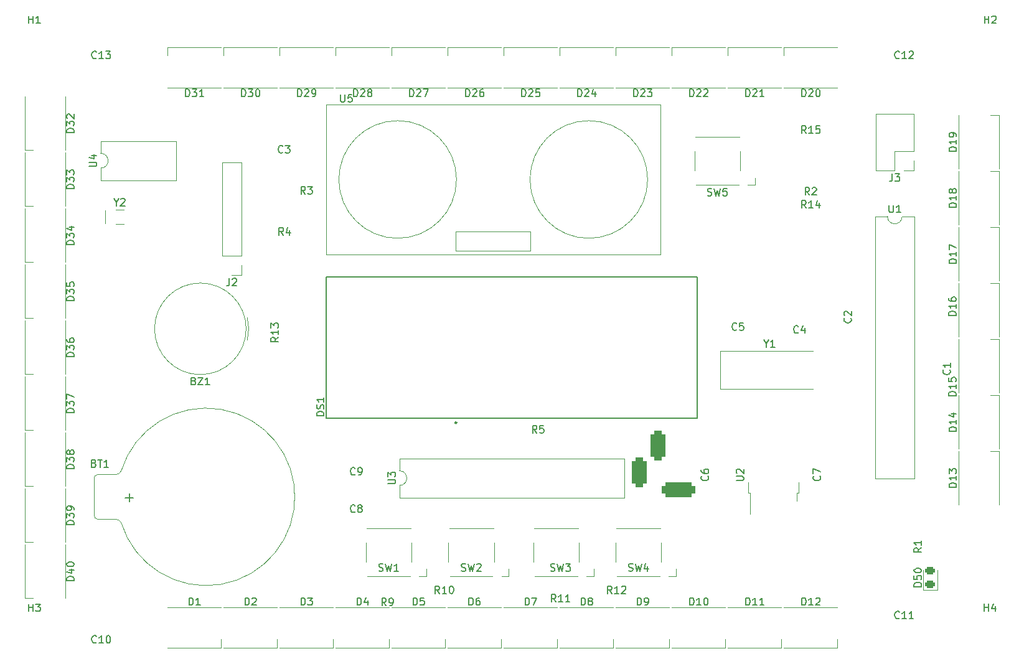
<source format=gbr>
%TF.GenerationSoftware,KiCad,Pcbnew,(6.0.5)*%
%TF.CreationDate,2022-07-21T22:29:02-04:00*%
%TF.ProjectId,clock,636c6f63-6b2e-46b6-9963-61645f706362,rev?*%
%TF.SameCoordinates,PX4cc9b70PY86327e0*%
%TF.FileFunction,Legend,Top*%
%TF.FilePolarity,Positive*%
%FSLAX46Y46*%
G04 Gerber Fmt 4.6, Leading zero omitted, Abs format (unit mm)*
G04 Created by KiCad (PCBNEW (6.0.5)) date 2022-07-21 22:29:02*
%MOMM*%
%LPD*%
G01*
G04 APERTURE LIST*
G04 Aperture macros list*
%AMRoundRect*
0 Rectangle with rounded corners*
0 $1 Rounding radius*
0 $2 $3 $4 $5 $6 $7 $8 $9 X,Y pos of 4 corners*
0 Add a 4 corners polygon primitive as box body*
4,1,4,$2,$3,$4,$5,$6,$7,$8,$9,$2,$3,0*
0 Add four circle primitives for the rounded corners*
1,1,$1+$1,$2,$3*
1,1,$1+$1,$4,$5*
1,1,$1+$1,$6,$7*
1,1,$1+$1,$8,$9*
0 Add four rect primitives between the rounded corners*
20,1,$1+$1,$2,$3,$4,$5,0*
20,1,$1+$1,$4,$5,$6,$7,0*
20,1,$1+$1,$6,$7,$8,$9,0*
20,1,$1+$1,$8,$9,$2,$3,0*%
G04 Aperture macros list end*
%ADD10C,0.150000*%
%ADD11C,0.120000*%
%ADD12C,0.250000*%
%ADD13R,1.150000X1.400000*%
%ADD14R,1.000000X1.500000*%
%ADD15R,1.500000X1.000000*%
%ADD16C,3.200000*%
%ADD17R,1.600000X1.400000*%
%ADD18R,1.400000X1.150000*%
%ADD19R,1.700000X1.700000*%
%ADD20O,1.700000X1.700000*%
%ADD21R,1.400000X1.400000*%
%ADD22C,1.400000*%
%ADD23R,1.200000X2.200000*%
%ADD24R,5.800000X6.400000*%
%ADD25R,2.000000X2.000000*%
%ADD26C,2.000000*%
%ADD27RoundRect,0.243750X0.456250X-0.243750X0.456250X0.243750X-0.456250X0.243750X-0.456250X-0.243750X0*%
%ADD28R,1.600000X1.600000*%
%ADD29O,1.600000X1.600000*%
%ADD30R,4.500000X2.000000*%
%ADD31R,3.000000X3.000000*%
%ADD32C,3.000000*%
%ADD33R,1.000000X1.800000*%
%ADD34RoundRect,0.500000X-1.750000X-0.500000X1.750000X-0.500000X1.750000X0.500000X-1.750000X0.500000X0*%
%ADD35RoundRect,0.500000X0.500000X-1.500000X0.500000X1.500000X-0.500000X1.500000X-0.500000X-1.500000X0*%
G04 APERTURE END LIST*
D10*
%TO.C,C4*%
X108291333Y46250858D02*
X108243714Y46203239D01*
X108100857Y46155620D01*
X108005619Y46155620D01*
X107862761Y46203239D01*
X107767523Y46298477D01*
X107719904Y46393715D01*
X107672285Y46584191D01*
X107672285Y46727048D01*
X107719904Y46917524D01*
X107767523Y47012762D01*
X107862761Y47108000D01*
X108005619Y47155620D01*
X108100857Y47155620D01*
X108243714Y47108000D01*
X108291333Y47060381D01*
X109148476Y46822286D02*
X109148476Y46155620D01*
X108910380Y47203239D02*
X108672285Y46488953D01*
X109291333Y46488953D01*
%TO.C,D18*%
X129794380Y63301715D02*
X128794380Y63301715D01*
X128794380Y63539810D01*
X128842000Y63682667D01*
X128937238Y63777905D01*
X129032476Y63825524D01*
X129222952Y63873143D01*
X129365809Y63873143D01*
X129556285Y63825524D01*
X129651523Y63777905D01*
X129746761Y63682667D01*
X129794380Y63539810D01*
X129794380Y63301715D01*
X129794380Y64825524D02*
X129794380Y64254096D01*
X129794380Y64539810D02*
X128794380Y64539810D01*
X128937238Y64444572D01*
X129032476Y64349334D01*
X129080095Y64254096D01*
X129222952Y65396953D02*
X129175333Y65301715D01*
X129127714Y65254096D01*
X129032476Y65206477D01*
X128984857Y65206477D01*
X128889619Y65254096D01*
X128842000Y65301715D01*
X128794380Y65396953D01*
X128794380Y65587429D01*
X128842000Y65682667D01*
X128889619Y65730286D01*
X128984857Y65777905D01*
X129032476Y65777905D01*
X129127714Y65730286D01*
X129175333Y65682667D01*
X129222952Y65587429D01*
X129222952Y65396953D01*
X129270571Y65301715D01*
X129318190Y65254096D01*
X129413428Y65206477D01*
X129603904Y65206477D01*
X129699142Y65254096D01*
X129746761Y65301715D01*
X129794380Y65396953D01*
X129794380Y65587429D01*
X129746761Y65682667D01*
X129699142Y65730286D01*
X129603904Y65777905D01*
X129413428Y65777905D01*
X129318190Y65730286D01*
X129270571Y65682667D01*
X129222952Y65587429D01*
%TO.C,D28*%
X47807714Y78343620D02*
X47807714Y79343620D01*
X48045809Y79343620D01*
X48188666Y79296000D01*
X48283904Y79200762D01*
X48331523Y79105524D01*
X48379142Y78915048D01*
X48379142Y78772191D01*
X48331523Y78581715D01*
X48283904Y78486477D01*
X48188666Y78391239D01*
X48045809Y78343620D01*
X47807714Y78343620D01*
X48760095Y79248381D02*
X48807714Y79296000D01*
X48902952Y79343620D01*
X49141047Y79343620D01*
X49236285Y79296000D01*
X49283904Y79248381D01*
X49331523Y79153143D01*
X49331523Y79057905D01*
X49283904Y78915048D01*
X48712476Y78343620D01*
X49331523Y78343620D01*
X49902952Y78915048D02*
X49807714Y78962667D01*
X49760095Y79010286D01*
X49712476Y79105524D01*
X49712476Y79153143D01*
X49760095Y79248381D01*
X49807714Y79296000D01*
X49902952Y79343620D01*
X50093428Y79343620D01*
X50188666Y79296000D01*
X50236285Y79248381D01*
X50283904Y79153143D01*
X50283904Y79105524D01*
X50236285Y79010286D01*
X50188666Y78962667D01*
X50093428Y78915048D01*
X49902952Y78915048D01*
X49807714Y78867429D01*
X49760095Y78819810D01*
X49712476Y78724572D01*
X49712476Y78534096D01*
X49760095Y78438858D01*
X49807714Y78391239D01*
X49902952Y78343620D01*
X50093428Y78343620D01*
X50188666Y78391239D01*
X50236285Y78438858D01*
X50283904Y78534096D01*
X50283904Y78724572D01*
X50236285Y78819810D01*
X50188666Y78867429D01*
X50093428Y78915048D01*
%TO.C,H2*%
X133624561Y88299154D02*
X133624561Y89299154D01*
X133624561Y88822963D02*
X134195989Y88822963D01*
X134195989Y88299154D02*
X134195989Y89299154D01*
X134624561Y89203915D02*
X134672180Y89251534D01*
X134767418Y89299154D01*
X135005513Y89299154D01*
X135100751Y89251534D01*
X135148370Y89203915D01*
X135195989Y89108677D01*
X135195989Y89013439D01*
X135148370Y88870582D01*
X134576942Y88299154D01*
X135195989Y88299154D01*
%TO.C,SW1*%
X51244666Y13819239D02*
X51387523Y13771620D01*
X51625619Y13771620D01*
X51720857Y13819239D01*
X51768476Y13866858D01*
X51816095Y13962096D01*
X51816095Y14057334D01*
X51768476Y14152572D01*
X51720857Y14200191D01*
X51625619Y14247810D01*
X51435142Y14295429D01*
X51339904Y14343048D01*
X51292285Y14390667D01*
X51244666Y14485905D01*
X51244666Y14581143D01*
X51292285Y14676381D01*
X51339904Y14724000D01*
X51435142Y14771620D01*
X51673238Y14771620D01*
X51816095Y14724000D01*
X52149428Y14771620D02*
X52387523Y13771620D01*
X52578000Y14485905D01*
X52768476Y13771620D01*
X53006571Y14771620D01*
X53911333Y13771620D02*
X53339904Y13771620D01*
X53625619Y13771620D02*
X53625619Y14771620D01*
X53530380Y14628762D01*
X53435142Y14533524D01*
X53339904Y14485905D01*
%TO.C,D7*%
X71143904Y9143620D02*
X71143904Y10143620D01*
X71382000Y10143620D01*
X71524857Y10096000D01*
X71620095Y10000762D01*
X71667714Y9905524D01*
X71715333Y9715048D01*
X71715333Y9572191D01*
X71667714Y9381715D01*
X71620095Y9286477D01*
X71524857Y9191239D01*
X71382000Y9143620D01*
X71143904Y9143620D01*
X72048666Y10143620D02*
X72715333Y10143620D01*
X72286761Y9143620D01*
%TO.C,C2*%
X115419142Y48181334D02*
X115466761Y48133715D01*
X115514380Y47990858D01*
X115514380Y47895620D01*
X115466761Y47752762D01*
X115371523Y47657524D01*
X115276285Y47609905D01*
X115085809Y47562286D01*
X114942952Y47562286D01*
X114752476Y47609905D01*
X114657238Y47657524D01*
X114562000Y47752762D01*
X114514380Y47895620D01*
X114514380Y47990858D01*
X114562000Y48133715D01*
X114609619Y48181334D01*
X114609619Y48562286D02*
X114562000Y48609905D01*
X114514380Y48705143D01*
X114514380Y48943239D01*
X114562000Y49038477D01*
X114609619Y49086096D01*
X114704857Y49133715D01*
X114800095Y49133715D01*
X114942952Y49086096D01*
X115514380Y48514667D01*
X115514380Y49133715D01*
%TO.C,C5*%
X99909333Y46632858D02*
X99861714Y46585239D01*
X99718857Y46537620D01*
X99623619Y46537620D01*
X99480761Y46585239D01*
X99385523Y46680477D01*
X99337904Y46775715D01*
X99290285Y46966191D01*
X99290285Y47109048D01*
X99337904Y47299524D01*
X99385523Y47394762D01*
X99480761Y47490000D01*
X99623619Y47537620D01*
X99718857Y47537620D01*
X99861714Y47490000D01*
X99909333Y47442381D01*
X100814095Y47537620D02*
X100337904Y47537620D01*
X100290285Y47061429D01*
X100337904Y47109048D01*
X100433142Y47156667D01*
X100671238Y47156667D01*
X100766476Y47109048D01*
X100814095Y47061429D01*
X100861714Y46966191D01*
X100861714Y46728096D01*
X100814095Y46632858D01*
X100766476Y46585239D01*
X100671238Y46537620D01*
X100433142Y46537620D01*
X100337904Y46585239D01*
X100290285Y46632858D01*
%TO.C,H1*%
X3624561Y88299154D02*
X3624561Y89299154D01*
X3624561Y88822963D02*
X4195989Y88822963D01*
X4195989Y88299154D02*
X4195989Y89299154D01*
X5195989Y88299154D02*
X4624561Y88299154D01*
X4910275Y88299154D02*
X4910275Y89299154D01*
X4815037Y89156296D01*
X4719799Y89061058D01*
X4624561Y89013439D01*
%TO.C,U5*%
X46040095Y78603620D02*
X46040095Y77794096D01*
X46087714Y77698858D01*
X46135333Y77651239D01*
X46230571Y77603620D01*
X46421047Y77603620D01*
X46516285Y77651239D01*
X46563904Y77698858D01*
X46611523Y77794096D01*
X46611523Y78603620D01*
X47563904Y78603620D02*
X47087714Y78603620D01*
X47040095Y78127429D01*
X47087714Y78175048D01*
X47182952Y78222667D01*
X47421047Y78222667D01*
X47516285Y78175048D01*
X47563904Y78127429D01*
X47611523Y78032191D01*
X47611523Y77794096D01*
X47563904Y77698858D01*
X47516285Y77651239D01*
X47421047Y77603620D01*
X47182952Y77603620D01*
X47087714Y77651239D01*
X47040095Y77698858D01*
%TO.C,D16*%
X129738380Y48569715D02*
X128738380Y48569715D01*
X128738380Y48807810D01*
X128786000Y48950667D01*
X128881238Y49045905D01*
X128976476Y49093524D01*
X129166952Y49141143D01*
X129309809Y49141143D01*
X129500285Y49093524D01*
X129595523Y49045905D01*
X129690761Y48950667D01*
X129738380Y48807810D01*
X129738380Y48569715D01*
X129738380Y50093524D02*
X129738380Y49522096D01*
X129738380Y49807810D02*
X128738380Y49807810D01*
X128881238Y49712572D01*
X128976476Y49617334D01*
X129024095Y49522096D01*
X128738380Y50950667D02*
X128738380Y50760191D01*
X128786000Y50664953D01*
X128833619Y50617334D01*
X128976476Y50522096D01*
X129166952Y50474477D01*
X129547904Y50474477D01*
X129643142Y50522096D01*
X129690761Y50569715D01*
X129738380Y50664953D01*
X129738380Y50855429D01*
X129690761Y50950667D01*
X129643142Y50998286D01*
X129547904Y51045905D01*
X129309809Y51045905D01*
X129214571Y50998286D01*
X129166952Y50950667D01*
X129119333Y50855429D01*
X129119333Y50664953D01*
X129166952Y50569715D01*
X129214571Y50522096D01*
X129309809Y50474477D01*
%TO.C,R11*%
X75303142Y9581620D02*
X74969809Y10057810D01*
X74731714Y9581620D02*
X74731714Y10581620D01*
X75112666Y10581620D01*
X75207904Y10534000D01*
X75255523Y10486381D01*
X75303142Y10391143D01*
X75303142Y10248286D01*
X75255523Y10153048D01*
X75207904Y10105429D01*
X75112666Y10057810D01*
X74731714Y10057810D01*
X76255523Y9581620D02*
X75684095Y9581620D01*
X75969809Y9581620D02*
X75969809Y10581620D01*
X75874571Y10438762D01*
X75779333Y10343524D01*
X75684095Y10295905D01*
X77207904Y9581620D02*
X76636476Y9581620D01*
X76922190Y9581620D02*
X76922190Y10581620D01*
X76826952Y10438762D01*
X76731714Y10343524D01*
X76636476Y10295905D01*
%TO.C,D38*%
X9794380Y27741715D02*
X8794380Y27741715D01*
X8794380Y27979810D01*
X8842000Y28122667D01*
X8937238Y28217905D01*
X9032476Y28265524D01*
X9222952Y28313143D01*
X9365809Y28313143D01*
X9556285Y28265524D01*
X9651523Y28217905D01*
X9746761Y28122667D01*
X9794380Y27979810D01*
X9794380Y27741715D01*
X8794380Y28646477D02*
X8794380Y29265524D01*
X9175333Y28932191D01*
X9175333Y29075048D01*
X9222952Y29170286D01*
X9270571Y29217905D01*
X9365809Y29265524D01*
X9603904Y29265524D01*
X9699142Y29217905D01*
X9746761Y29170286D01*
X9794380Y29075048D01*
X9794380Y28789334D01*
X9746761Y28694096D01*
X9699142Y28646477D01*
X9222952Y29836953D02*
X9175333Y29741715D01*
X9127714Y29694096D01*
X9032476Y29646477D01*
X8984857Y29646477D01*
X8889619Y29694096D01*
X8842000Y29741715D01*
X8794380Y29836953D01*
X8794380Y30027429D01*
X8842000Y30122667D01*
X8889619Y30170286D01*
X8984857Y30217905D01*
X9032476Y30217905D01*
X9127714Y30170286D01*
X9175333Y30122667D01*
X9222952Y30027429D01*
X9222952Y29836953D01*
X9270571Y29741715D01*
X9318190Y29694096D01*
X9413428Y29646477D01*
X9603904Y29646477D01*
X9699142Y29694096D01*
X9746761Y29741715D01*
X9794380Y29836953D01*
X9794380Y30027429D01*
X9746761Y30122667D01*
X9699142Y30170286D01*
X9603904Y30217905D01*
X9413428Y30217905D01*
X9318190Y30170286D01*
X9270571Y30122667D01*
X9222952Y30027429D01*
%TO.C,D9*%
X86383904Y9143620D02*
X86383904Y10143620D01*
X86622000Y10143620D01*
X86764857Y10096000D01*
X86860095Y10000762D01*
X86907714Y9905524D01*
X86955333Y9715048D01*
X86955333Y9572191D01*
X86907714Y9381715D01*
X86860095Y9286477D01*
X86764857Y9191239D01*
X86622000Y9143620D01*
X86383904Y9143620D01*
X87431523Y9143620D02*
X87622000Y9143620D01*
X87717238Y9191239D01*
X87764857Y9238858D01*
X87860095Y9381715D01*
X87907714Y9572191D01*
X87907714Y9953143D01*
X87860095Y10048381D01*
X87812476Y10096000D01*
X87717238Y10143620D01*
X87526761Y10143620D01*
X87431523Y10096000D01*
X87383904Y10048381D01*
X87336285Y9953143D01*
X87336285Y9715048D01*
X87383904Y9619810D01*
X87431523Y9572191D01*
X87526761Y9524572D01*
X87717238Y9524572D01*
X87812476Y9572191D01*
X87860095Y9619810D01*
X87907714Y9715048D01*
%TO.C,DS1*%
X43769380Y34906596D02*
X42769380Y34906596D01*
X42769380Y35144691D01*
X42817000Y35287548D01*
X42912238Y35382786D01*
X43007476Y35430405D01*
X43197952Y35478024D01*
X43340809Y35478024D01*
X43531285Y35430405D01*
X43626523Y35382786D01*
X43721761Y35287548D01*
X43769380Y35144691D01*
X43769380Y34906596D01*
X43721761Y35858977D02*
X43769380Y36001834D01*
X43769380Y36239929D01*
X43721761Y36335167D01*
X43674142Y36382786D01*
X43578904Y36430405D01*
X43483666Y36430405D01*
X43388428Y36382786D01*
X43340809Y36335167D01*
X43293190Y36239929D01*
X43245571Y36049453D01*
X43197952Y35954215D01*
X43150333Y35906596D01*
X43055095Y35858977D01*
X42959857Y35858977D01*
X42864619Y35906596D01*
X42817000Y35954215D01*
X42769380Y36049453D01*
X42769380Y36287548D01*
X42817000Y36430405D01*
X43769380Y37382786D02*
X43769380Y36811358D01*
X43769380Y37097072D02*
X42769380Y37097072D01*
X42912238Y37001834D01*
X43007476Y36906596D01*
X43055095Y36811358D01*
%TO.C,D27*%
X55427714Y78343620D02*
X55427714Y79343620D01*
X55665809Y79343620D01*
X55808666Y79296000D01*
X55903904Y79200762D01*
X55951523Y79105524D01*
X55999142Y78915048D01*
X55999142Y78772191D01*
X55951523Y78581715D01*
X55903904Y78486477D01*
X55808666Y78391239D01*
X55665809Y78343620D01*
X55427714Y78343620D01*
X56380095Y79248381D02*
X56427714Y79296000D01*
X56522952Y79343620D01*
X56761047Y79343620D01*
X56856285Y79296000D01*
X56903904Y79248381D01*
X56951523Y79153143D01*
X56951523Y79057905D01*
X56903904Y78915048D01*
X56332476Y78343620D01*
X56951523Y78343620D01*
X57284857Y79343620D02*
X57951523Y79343620D01*
X57522952Y78343620D01*
%TO.C,R15*%
X109339142Y73333620D02*
X109005809Y73809810D01*
X108767714Y73333620D02*
X108767714Y74333620D01*
X109148666Y74333620D01*
X109243904Y74286000D01*
X109291523Y74238381D01*
X109339142Y74143143D01*
X109339142Y74000286D01*
X109291523Y73905048D01*
X109243904Y73857429D01*
X109148666Y73809810D01*
X108767714Y73809810D01*
X110291523Y73333620D02*
X109720095Y73333620D01*
X110005809Y73333620D02*
X110005809Y74333620D01*
X109910571Y74190762D01*
X109815333Y74095524D01*
X109720095Y74047905D01*
X111196285Y74333620D02*
X110720095Y74333620D01*
X110672476Y73857429D01*
X110720095Y73905048D01*
X110815333Y73952667D01*
X111053428Y73952667D01*
X111148666Y73905048D01*
X111196285Y73857429D01*
X111243904Y73762191D01*
X111243904Y73524096D01*
X111196285Y73428858D01*
X111148666Y73381239D01*
X111053428Y73333620D01*
X110815333Y73333620D01*
X110720095Y73381239D01*
X110672476Y73428858D01*
%TO.C,D13*%
X129794380Y25201715D02*
X128794380Y25201715D01*
X128794380Y25439810D01*
X128842000Y25582667D01*
X128937238Y25677905D01*
X129032476Y25725524D01*
X129222952Y25773143D01*
X129365809Y25773143D01*
X129556285Y25725524D01*
X129651523Y25677905D01*
X129746761Y25582667D01*
X129794380Y25439810D01*
X129794380Y25201715D01*
X129794380Y26725524D02*
X129794380Y26154096D01*
X129794380Y26439810D02*
X128794380Y26439810D01*
X128937238Y26344572D01*
X129032476Y26249334D01*
X129080095Y26154096D01*
X128794380Y27058858D02*
X128794380Y27677905D01*
X129175333Y27344572D01*
X129175333Y27487429D01*
X129222952Y27582667D01*
X129270571Y27630286D01*
X129365809Y27677905D01*
X129603904Y27677905D01*
X129699142Y27630286D01*
X129746761Y27582667D01*
X129794380Y27487429D01*
X129794380Y27201715D01*
X129746761Y27106477D01*
X129699142Y27058858D01*
%TO.C,C6*%
X95989142Y26689334D02*
X96036761Y26641715D01*
X96084380Y26498858D01*
X96084380Y26403620D01*
X96036761Y26260762D01*
X95941523Y26165524D01*
X95846285Y26117905D01*
X95655809Y26070286D01*
X95512952Y26070286D01*
X95322476Y26117905D01*
X95227238Y26165524D01*
X95132000Y26260762D01*
X95084380Y26403620D01*
X95084380Y26498858D01*
X95132000Y26641715D01*
X95179619Y26689334D01*
X95084380Y27546477D02*
X95084380Y27356000D01*
X95132000Y27260762D01*
X95179619Y27213143D01*
X95322476Y27117905D01*
X95512952Y27070286D01*
X95893904Y27070286D01*
X95989142Y27117905D01*
X96036761Y27165524D01*
X96084380Y27260762D01*
X96084380Y27451239D01*
X96036761Y27546477D01*
X95989142Y27594096D01*
X95893904Y27641715D01*
X95655809Y27641715D01*
X95560571Y27594096D01*
X95512952Y27546477D01*
X95465333Y27451239D01*
X95465333Y27260762D01*
X95512952Y27165524D01*
X95560571Y27117905D01*
X95655809Y27070286D01*
%TO.C,C10*%
X12819142Y4088858D02*
X12771523Y4041239D01*
X12628666Y3993620D01*
X12533428Y3993620D01*
X12390571Y4041239D01*
X12295333Y4136477D01*
X12247714Y4231715D01*
X12200095Y4422191D01*
X12200095Y4565048D01*
X12247714Y4755524D01*
X12295333Y4850762D01*
X12390571Y4946000D01*
X12533428Y4993620D01*
X12628666Y4993620D01*
X12771523Y4946000D01*
X12819142Y4898381D01*
X13771523Y3993620D02*
X13200095Y3993620D01*
X13485809Y3993620D02*
X13485809Y4993620D01*
X13390571Y4850762D01*
X13295333Y4755524D01*
X13200095Y4707905D01*
X14390571Y4993620D02*
X14485809Y4993620D01*
X14581047Y4946000D01*
X14628666Y4898381D01*
X14676285Y4803143D01*
X14723904Y4612667D01*
X14723904Y4374572D01*
X14676285Y4184096D01*
X14628666Y4088858D01*
X14581047Y4041239D01*
X14485809Y3993620D01*
X14390571Y3993620D01*
X14295333Y4041239D01*
X14247714Y4088858D01*
X14200095Y4184096D01*
X14152476Y4374572D01*
X14152476Y4612667D01*
X14200095Y4803143D01*
X14247714Y4898381D01*
X14295333Y4946000D01*
X14390571Y4993620D01*
%TO.C,R2*%
X109815333Y64953620D02*
X109482000Y65429810D01*
X109243904Y64953620D02*
X109243904Y65953620D01*
X109624857Y65953620D01*
X109720095Y65906000D01*
X109767714Y65858381D01*
X109815333Y65763143D01*
X109815333Y65620286D01*
X109767714Y65525048D01*
X109720095Y65477429D01*
X109624857Y65429810D01*
X109243904Y65429810D01*
X110196285Y65858381D02*
X110243904Y65906000D01*
X110339142Y65953620D01*
X110577238Y65953620D01*
X110672476Y65906000D01*
X110720095Y65858381D01*
X110767714Y65763143D01*
X110767714Y65667905D01*
X110720095Y65525048D01*
X110148666Y64953620D01*
X110767714Y64953620D01*
%TO.C,C1*%
X128881142Y41147334D02*
X128928761Y41099715D01*
X128976380Y40956858D01*
X128976380Y40861620D01*
X128928761Y40718762D01*
X128833523Y40623524D01*
X128738285Y40575905D01*
X128547809Y40528286D01*
X128404952Y40528286D01*
X128214476Y40575905D01*
X128119238Y40623524D01*
X128024000Y40718762D01*
X127976380Y40861620D01*
X127976380Y40956858D01*
X128024000Y41099715D01*
X128071619Y41147334D01*
X128976380Y42099715D02*
X128976380Y41528286D01*
X128976380Y41814000D02*
X127976380Y41814000D01*
X128119238Y41718762D01*
X128214476Y41623524D01*
X128262095Y41528286D01*
%TO.C,D11*%
X101147714Y9143620D02*
X101147714Y10143620D01*
X101385809Y10143620D01*
X101528666Y10096000D01*
X101623904Y10000762D01*
X101671523Y9905524D01*
X101719142Y9715048D01*
X101719142Y9572191D01*
X101671523Y9381715D01*
X101623904Y9286477D01*
X101528666Y9191239D01*
X101385809Y9143620D01*
X101147714Y9143620D01*
X102671523Y9143620D02*
X102100095Y9143620D01*
X102385809Y9143620D02*
X102385809Y10143620D01*
X102290571Y10000762D01*
X102195333Y9905524D01*
X102100095Y9857905D01*
X103623904Y9143620D02*
X103052476Y9143620D01*
X103338190Y9143620D02*
X103338190Y10143620D01*
X103242952Y10000762D01*
X103147714Y9905524D01*
X103052476Y9857905D01*
%TO.C,C3*%
X38187333Y70762858D02*
X38139714Y70715239D01*
X37996857Y70667620D01*
X37901619Y70667620D01*
X37758761Y70715239D01*
X37663523Y70810477D01*
X37615904Y70905715D01*
X37568285Y71096191D01*
X37568285Y71239048D01*
X37615904Y71429524D01*
X37663523Y71524762D01*
X37758761Y71620000D01*
X37901619Y71667620D01*
X37996857Y71667620D01*
X38139714Y71620000D01*
X38187333Y71572381D01*
X38520666Y71667620D02*
X39139714Y71667620D01*
X38806380Y71286667D01*
X38949238Y71286667D01*
X39044476Y71239048D01*
X39092095Y71191429D01*
X39139714Y71096191D01*
X39139714Y70858096D01*
X39092095Y70762858D01*
X39044476Y70715239D01*
X38949238Y70667620D01*
X38663523Y70667620D01*
X38568285Y70715239D01*
X38520666Y70762858D01*
%TO.C,D6*%
X63509824Y9143620D02*
X63509824Y10143620D01*
X63747920Y10143620D01*
X63890777Y10096000D01*
X63986015Y10000762D01*
X64033634Y9905524D01*
X64081253Y9715048D01*
X64081253Y9572191D01*
X64033634Y9381715D01*
X63986015Y9286477D01*
X63890777Y9191239D01*
X63747920Y9143620D01*
X63509824Y9143620D01*
X64938396Y10143620D02*
X64747920Y10143620D01*
X64652681Y10096000D01*
X64605062Y10048381D01*
X64509824Y9905524D01*
X64462205Y9715048D01*
X64462205Y9334096D01*
X64509824Y9238858D01*
X64557443Y9191239D01*
X64652681Y9143620D01*
X64843158Y9143620D01*
X64938396Y9191239D01*
X64986015Y9238858D01*
X65033634Y9334096D01*
X65033634Y9572191D01*
X64986015Y9667429D01*
X64938396Y9715048D01*
X64843158Y9762667D01*
X64652681Y9762667D01*
X64557443Y9715048D01*
X64509824Y9667429D01*
X64462205Y9572191D01*
%TO.C,D35*%
X9794380Y50601715D02*
X8794380Y50601715D01*
X8794380Y50839810D01*
X8842000Y50982667D01*
X8937238Y51077905D01*
X9032476Y51125524D01*
X9222952Y51173143D01*
X9365809Y51173143D01*
X9556285Y51125524D01*
X9651523Y51077905D01*
X9746761Y50982667D01*
X9794380Y50839810D01*
X9794380Y50601715D01*
X8794380Y51506477D02*
X8794380Y52125524D01*
X9175333Y51792191D01*
X9175333Y51935048D01*
X9222952Y52030286D01*
X9270571Y52077905D01*
X9365809Y52125524D01*
X9603904Y52125524D01*
X9699142Y52077905D01*
X9746761Y52030286D01*
X9794380Y51935048D01*
X9794380Y51649334D01*
X9746761Y51554096D01*
X9699142Y51506477D01*
X8794380Y53030286D02*
X8794380Y52554096D01*
X9270571Y52506477D01*
X9222952Y52554096D01*
X9175333Y52649334D01*
X9175333Y52887429D01*
X9222952Y52982667D01*
X9270571Y53030286D01*
X9365809Y53077905D01*
X9603904Y53077905D01*
X9699142Y53030286D01*
X9746761Y52982667D01*
X9794380Y52887429D01*
X9794380Y52649334D01*
X9746761Y52554096D01*
X9699142Y52506477D01*
%TO.C,H3*%
X3624561Y8299154D02*
X3624561Y9299154D01*
X3624561Y8822963D02*
X4195989Y8822963D01*
X4195989Y8299154D02*
X4195989Y9299154D01*
X4576942Y9299154D02*
X5195989Y9299154D01*
X4862656Y8918201D01*
X5005513Y8918201D01*
X5100751Y8870582D01*
X5148370Y8822963D01*
X5195989Y8727725D01*
X5195989Y8489630D01*
X5148370Y8394392D01*
X5100751Y8346773D01*
X5005513Y8299154D01*
X4719799Y8299154D01*
X4624561Y8346773D01*
X4576942Y8394392D01*
%TO.C,D14*%
X129794380Y32821715D02*
X128794380Y32821715D01*
X128794380Y33059810D01*
X128842000Y33202667D01*
X128937238Y33297905D01*
X129032476Y33345524D01*
X129222952Y33393143D01*
X129365809Y33393143D01*
X129556285Y33345524D01*
X129651523Y33297905D01*
X129746761Y33202667D01*
X129794380Y33059810D01*
X129794380Y32821715D01*
X129794380Y34345524D02*
X129794380Y33774096D01*
X129794380Y34059810D02*
X128794380Y34059810D01*
X128937238Y33964572D01*
X129032476Y33869334D01*
X129080095Y33774096D01*
X129127714Y35202667D02*
X129794380Y35202667D01*
X128746761Y34964572D02*
X129461047Y34726477D01*
X129461047Y35345524D01*
%TO.C,R4*%
X38245333Y59491620D02*
X37912000Y59967810D01*
X37673904Y59491620D02*
X37673904Y60491620D01*
X38054857Y60491620D01*
X38150095Y60444000D01*
X38197714Y60396381D01*
X38245333Y60301143D01*
X38245333Y60158286D01*
X38197714Y60063048D01*
X38150095Y60015429D01*
X38054857Y59967810D01*
X37673904Y59967810D01*
X39102476Y60158286D02*
X39102476Y59491620D01*
X38864380Y60539239D02*
X38626285Y59824953D01*
X39245333Y59824953D01*
%TO.C,C11*%
X122039142Y7388858D02*
X121991523Y7341239D01*
X121848666Y7293620D01*
X121753428Y7293620D01*
X121610571Y7341239D01*
X121515333Y7436477D01*
X121467714Y7531715D01*
X121420095Y7722191D01*
X121420095Y7865048D01*
X121467714Y8055524D01*
X121515333Y8150762D01*
X121610571Y8246000D01*
X121753428Y8293620D01*
X121848666Y8293620D01*
X121991523Y8246000D01*
X122039142Y8198381D01*
X122991523Y7293620D02*
X122420095Y7293620D01*
X122705809Y7293620D02*
X122705809Y8293620D01*
X122610571Y8150762D01*
X122515333Y8055524D01*
X122420095Y8007905D01*
X123943904Y7293620D02*
X123372476Y7293620D01*
X123658190Y7293620D02*
X123658190Y8293620D01*
X123562952Y8150762D01*
X123467714Y8055524D01*
X123372476Y8007905D01*
%TO.C,D33*%
X9794380Y65841715D02*
X8794380Y65841715D01*
X8794380Y66079810D01*
X8842000Y66222667D01*
X8937238Y66317905D01*
X9032476Y66365524D01*
X9222952Y66413143D01*
X9365809Y66413143D01*
X9556285Y66365524D01*
X9651523Y66317905D01*
X9746761Y66222667D01*
X9794380Y66079810D01*
X9794380Y65841715D01*
X8794380Y66746477D02*
X8794380Y67365524D01*
X9175333Y67032191D01*
X9175333Y67175048D01*
X9222952Y67270286D01*
X9270571Y67317905D01*
X9365809Y67365524D01*
X9603904Y67365524D01*
X9699142Y67317905D01*
X9746761Y67270286D01*
X9794380Y67175048D01*
X9794380Y66889334D01*
X9746761Y66794096D01*
X9699142Y66746477D01*
X8794380Y67698858D02*
X8794380Y68317905D01*
X9175333Y67984572D01*
X9175333Y68127429D01*
X9222952Y68222667D01*
X9270571Y68270286D01*
X9365809Y68317905D01*
X9603904Y68317905D01*
X9699142Y68270286D01*
X9746761Y68222667D01*
X9794380Y68127429D01*
X9794380Y67841715D01*
X9746761Y67746477D01*
X9699142Y67698858D01*
%TO.C,R9*%
X52245333Y9073620D02*
X51912000Y9549810D01*
X51673904Y9073620D02*
X51673904Y10073620D01*
X52054857Y10073620D01*
X52150095Y10026000D01*
X52197714Y9978381D01*
X52245333Y9883143D01*
X52245333Y9740286D01*
X52197714Y9645048D01*
X52150095Y9597429D01*
X52054857Y9549810D01*
X51673904Y9549810D01*
X52721523Y9073620D02*
X52912000Y9073620D01*
X53007238Y9121239D01*
X53054857Y9168858D01*
X53150095Y9311715D01*
X53197714Y9502191D01*
X53197714Y9883143D01*
X53150095Y9978381D01*
X53102476Y10026000D01*
X53007238Y10073620D01*
X52816761Y10073620D01*
X52721523Y10026000D01*
X52673904Y9978381D01*
X52626285Y9883143D01*
X52626285Y9645048D01*
X52673904Y9549810D01*
X52721523Y9502191D01*
X52816761Y9454572D01*
X53007238Y9454572D01*
X53102476Y9502191D01*
X53150095Y9549810D01*
X53197714Y9645048D01*
%TO.C,C12*%
X122039142Y83588858D02*
X121991523Y83541239D01*
X121848666Y83493620D01*
X121753428Y83493620D01*
X121610571Y83541239D01*
X121515333Y83636477D01*
X121467714Y83731715D01*
X121420095Y83922191D01*
X121420095Y84065048D01*
X121467714Y84255524D01*
X121515333Y84350762D01*
X121610571Y84446000D01*
X121753428Y84493620D01*
X121848666Y84493620D01*
X121991523Y84446000D01*
X122039142Y84398381D01*
X122991523Y83493620D02*
X122420095Y83493620D01*
X122705809Y83493620D02*
X122705809Y84493620D01*
X122610571Y84350762D01*
X122515333Y84255524D01*
X122420095Y84207905D01*
X123372476Y84398381D02*
X123420095Y84446000D01*
X123515333Y84493620D01*
X123753428Y84493620D01*
X123848666Y84446000D01*
X123896285Y84398381D01*
X123943904Y84303143D01*
X123943904Y84207905D01*
X123896285Y84065048D01*
X123324857Y83493620D01*
X123943904Y83493620D01*
%TO.C,D31*%
X24947714Y78343620D02*
X24947714Y79343620D01*
X25185809Y79343620D01*
X25328666Y79296000D01*
X25423904Y79200762D01*
X25471523Y79105524D01*
X25519142Y78915048D01*
X25519142Y78772191D01*
X25471523Y78581715D01*
X25423904Y78486477D01*
X25328666Y78391239D01*
X25185809Y78343620D01*
X24947714Y78343620D01*
X25852476Y79343620D02*
X26471523Y79343620D01*
X26138190Y78962667D01*
X26281047Y78962667D01*
X26376285Y78915048D01*
X26423904Y78867429D01*
X26471523Y78772191D01*
X26471523Y78534096D01*
X26423904Y78438858D01*
X26376285Y78391239D01*
X26281047Y78343620D01*
X25995333Y78343620D01*
X25900095Y78391239D01*
X25852476Y78438858D01*
X27423904Y78343620D02*
X26852476Y78343620D01*
X27138190Y78343620D02*
X27138190Y79343620D01*
X27042952Y79200762D01*
X26947714Y79105524D01*
X26852476Y79057905D01*
%TO.C,D34*%
X9794380Y58221715D02*
X8794380Y58221715D01*
X8794380Y58459810D01*
X8842000Y58602667D01*
X8937238Y58697905D01*
X9032476Y58745524D01*
X9222952Y58793143D01*
X9365809Y58793143D01*
X9556285Y58745524D01*
X9651523Y58697905D01*
X9746761Y58602667D01*
X9794380Y58459810D01*
X9794380Y58221715D01*
X8794380Y59126477D02*
X8794380Y59745524D01*
X9175333Y59412191D01*
X9175333Y59555048D01*
X9222952Y59650286D01*
X9270571Y59697905D01*
X9365809Y59745524D01*
X9603904Y59745524D01*
X9699142Y59697905D01*
X9746761Y59650286D01*
X9794380Y59555048D01*
X9794380Y59269334D01*
X9746761Y59174096D01*
X9699142Y59126477D01*
X9127714Y60602667D02*
X9794380Y60602667D01*
X8746761Y60364572D02*
X9461047Y60126477D01*
X9461047Y60745524D01*
%TO.C,C13*%
X12819142Y83588858D02*
X12771523Y83541239D01*
X12628666Y83493620D01*
X12533428Y83493620D01*
X12390571Y83541239D01*
X12295333Y83636477D01*
X12247714Y83731715D01*
X12200095Y83922191D01*
X12200095Y84065048D01*
X12247714Y84255524D01*
X12295333Y84350762D01*
X12390571Y84446000D01*
X12533428Y84493620D01*
X12628666Y84493620D01*
X12771523Y84446000D01*
X12819142Y84398381D01*
X13771523Y83493620D02*
X13200095Y83493620D01*
X13485809Y83493620D02*
X13485809Y84493620D01*
X13390571Y84350762D01*
X13295333Y84255524D01*
X13200095Y84207905D01*
X14104857Y84493620D02*
X14723904Y84493620D01*
X14390571Y84112667D01*
X14533428Y84112667D01*
X14628666Y84065048D01*
X14676285Y84017429D01*
X14723904Y83922191D01*
X14723904Y83684096D01*
X14676285Y83588858D01*
X14628666Y83541239D01*
X14533428Y83493620D01*
X14247714Y83493620D01*
X14152476Y83541239D01*
X14104857Y83588858D01*
%TO.C,U2*%
X99854380Y26094096D02*
X100663904Y26094096D01*
X100759142Y26141715D01*
X100806761Y26189334D01*
X100854380Y26284572D01*
X100854380Y26475048D01*
X100806761Y26570286D01*
X100759142Y26617905D01*
X100663904Y26665524D01*
X99854380Y26665524D01*
X99949619Y27094096D02*
X99902000Y27141715D01*
X99854380Y27236953D01*
X99854380Y27475048D01*
X99902000Y27570286D01*
X99949619Y27617905D01*
X100044857Y27665524D01*
X100140095Y27665524D01*
X100282952Y27617905D01*
X100854380Y27046477D01*
X100854380Y27665524D01*
%TO.C,D32*%
X9794380Y73461715D02*
X8794380Y73461715D01*
X8794380Y73699810D01*
X8842000Y73842667D01*
X8937238Y73937905D01*
X9032476Y73985524D01*
X9222952Y74033143D01*
X9365809Y74033143D01*
X9556285Y73985524D01*
X9651523Y73937905D01*
X9746761Y73842667D01*
X9794380Y73699810D01*
X9794380Y73461715D01*
X8794380Y74366477D02*
X8794380Y74985524D01*
X9175333Y74652191D01*
X9175333Y74795048D01*
X9222952Y74890286D01*
X9270571Y74937905D01*
X9365809Y74985524D01*
X9603904Y74985524D01*
X9699142Y74937905D01*
X9746761Y74890286D01*
X9794380Y74795048D01*
X9794380Y74509334D01*
X9746761Y74414096D01*
X9699142Y74366477D01*
X8889619Y75366477D02*
X8842000Y75414096D01*
X8794380Y75509334D01*
X8794380Y75747429D01*
X8842000Y75842667D01*
X8889619Y75890286D01*
X8984857Y75937905D01*
X9080095Y75937905D01*
X9222952Y75890286D01*
X9794380Y75318858D01*
X9794380Y75937905D01*
%TO.C,C7*%
X111229142Y26689334D02*
X111276761Y26641715D01*
X111324380Y26498858D01*
X111324380Y26403620D01*
X111276761Y26260762D01*
X111181523Y26165524D01*
X111086285Y26117905D01*
X110895809Y26070286D01*
X110752952Y26070286D01*
X110562476Y26117905D01*
X110467238Y26165524D01*
X110372000Y26260762D01*
X110324380Y26403620D01*
X110324380Y26498858D01*
X110372000Y26641715D01*
X110419619Y26689334D01*
X110324380Y27022667D02*
X110324380Y27689334D01*
X111324380Y27260762D01*
%TO.C,BZ1*%
X26083047Y39637429D02*
X26225904Y39589810D01*
X26273523Y39542191D01*
X26321142Y39446953D01*
X26321142Y39304096D01*
X26273523Y39208858D01*
X26225904Y39161239D01*
X26130666Y39113620D01*
X25749714Y39113620D01*
X25749714Y40113620D01*
X26083047Y40113620D01*
X26178285Y40066000D01*
X26225904Y40018381D01*
X26273523Y39923143D01*
X26273523Y39827905D01*
X26225904Y39732667D01*
X26178285Y39685048D01*
X26083047Y39637429D01*
X25749714Y39637429D01*
X26654476Y40113620D02*
X27321142Y40113620D01*
X26654476Y39113620D01*
X27321142Y39113620D01*
X28225904Y39113620D02*
X27654476Y39113620D01*
X27940190Y39113620D02*
X27940190Y40113620D01*
X27844952Y39970762D01*
X27749714Y39875524D01*
X27654476Y39827905D01*
%TO.C,D50*%
X125040380Y11661715D02*
X124040380Y11661715D01*
X124040380Y11899810D01*
X124088000Y12042667D01*
X124183238Y12137905D01*
X124278476Y12185524D01*
X124468952Y12233143D01*
X124611809Y12233143D01*
X124802285Y12185524D01*
X124897523Y12137905D01*
X124992761Y12042667D01*
X125040380Y11899810D01*
X125040380Y11661715D01*
X124040380Y13137905D02*
X124040380Y12661715D01*
X124516571Y12614096D01*
X124468952Y12661715D01*
X124421333Y12756953D01*
X124421333Y12995048D01*
X124468952Y13090286D01*
X124516571Y13137905D01*
X124611809Y13185524D01*
X124849904Y13185524D01*
X124945142Y13137905D01*
X124992761Y13090286D01*
X125040380Y12995048D01*
X125040380Y12756953D01*
X124992761Y12661715D01*
X124945142Y12614096D01*
X124040380Y13804572D02*
X124040380Y13899810D01*
X124088000Y13995048D01*
X124135619Y14042667D01*
X124230857Y14090286D01*
X124421333Y14137905D01*
X124659428Y14137905D01*
X124849904Y14090286D01*
X124945142Y14042667D01*
X124992761Y13995048D01*
X125040380Y13899810D01*
X125040380Y13804572D01*
X124992761Y13709334D01*
X124945142Y13661715D01*
X124849904Y13614096D01*
X124659428Y13566477D01*
X124421333Y13566477D01*
X124230857Y13614096D01*
X124135619Y13661715D01*
X124088000Y13709334D01*
X124040380Y13804572D01*
%TO.C,D30*%
X32567714Y78343620D02*
X32567714Y79343620D01*
X32805809Y79343620D01*
X32948666Y79296000D01*
X33043904Y79200762D01*
X33091523Y79105524D01*
X33139142Y78915048D01*
X33139142Y78772191D01*
X33091523Y78581715D01*
X33043904Y78486477D01*
X32948666Y78391239D01*
X32805809Y78343620D01*
X32567714Y78343620D01*
X33472476Y79343620D02*
X34091523Y79343620D01*
X33758190Y78962667D01*
X33901047Y78962667D01*
X33996285Y78915048D01*
X34043904Y78867429D01*
X34091523Y78772191D01*
X34091523Y78534096D01*
X34043904Y78438858D01*
X33996285Y78391239D01*
X33901047Y78343620D01*
X33615333Y78343620D01*
X33520095Y78391239D01*
X33472476Y78438858D01*
X34710571Y79343620D02*
X34805809Y79343620D01*
X34901047Y79296000D01*
X34948666Y79248381D01*
X34996285Y79153143D01*
X35043904Y78962667D01*
X35043904Y78724572D01*
X34996285Y78534096D01*
X34948666Y78438858D01*
X34901047Y78391239D01*
X34805809Y78343620D01*
X34710571Y78343620D01*
X34615333Y78391239D01*
X34567714Y78438858D01*
X34520095Y78534096D01*
X34472476Y78724572D01*
X34472476Y78962667D01*
X34520095Y79153143D01*
X34567714Y79248381D01*
X34615333Y79296000D01*
X34710571Y79343620D01*
%TO.C,C9*%
X48005333Y26948858D02*
X47957714Y26901239D01*
X47814857Y26853620D01*
X47719619Y26853620D01*
X47576761Y26901239D01*
X47481523Y26996477D01*
X47433904Y27091715D01*
X47386285Y27282191D01*
X47386285Y27425048D01*
X47433904Y27615524D01*
X47481523Y27710762D01*
X47576761Y27806000D01*
X47719619Y27853620D01*
X47814857Y27853620D01*
X47957714Y27806000D01*
X48005333Y27758381D01*
X48481523Y26853620D02*
X48672000Y26853620D01*
X48767238Y26901239D01*
X48814857Y26948858D01*
X48910095Y27091715D01*
X48957714Y27282191D01*
X48957714Y27663143D01*
X48910095Y27758381D01*
X48862476Y27806000D01*
X48767238Y27853620D01*
X48576761Y27853620D01*
X48481523Y27806000D01*
X48433904Y27758381D01*
X48386285Y27663143D01*
X48386285Y27425048D01*
X48433904Y27329810D01*
X48481523Y27282191D01*
X48576761Y27234572D01*
X48767238Y27234572D01*
X48862476Y27282191D01*
X48910095Y27329810D01*
X48957714Y27425048D01*
%TO.C,SW3*%
X74612666Y13819239D02*
X74755523Y13771620D01*
X74993619Y13771620D01*
X75088857Y13819239D01*
X75136476Y13866858D01*
X75184095Y13962096D01*
X75184095Y14057334D01*
X75136476Y14152572D01*
X75088857Y14200191D01*
X74993619Y14247810D01*
X74803142Y14295429D01*
X74707904Y14343048D01*
X74660285Y14390667D01*
X74612666Y14485905D01*
X74612666Y14581143D01*
X74660285Y14676381D01*
X74707904Y14724000D01*
X74803142Y14771620D01*
X75041238Y14771620D01*
X75184095Y14724000D01*
X75517428Y14771620D02*
X75755523Y13771620D01*
X75946000Y14485905D01*
X76136476Y13771620D01*
X76374571Y14771620D01*
X76660285Y14771620D02*
X77279333Y14771620D01*
X76946000Y14390667D01*
X77088857Y14390667D01*
X77184095Y14343048D01*
X77231714Y14295429D01*
X77279333Y14200191D01*
X77279333Y13962096D01*
X77231714Y13866858D01*
X77184095Y13819239D01*
X77088857Y13771620D01*
X76803142Y13771620D01*
X76707904Y13819239D01*
X76660285Y13866858D01*
%TO.C,D20*%
X108767714Y78343620D02*
X108767714Y79343620D01*
X109005809Y79343620D01*
X109148666Y79296000D01*
X109243904Y79200762D01*
X109291523Y79105524D01*
X109339142Y78915048D01*
X109339142Y78772191D01*
X109291523Y78581715D01*
X109243904Y78486477D01*
X109148666Y78391239D01*
X109005809Y78343620D01*
X108767714Y78343620D01*
X109720095Y79248381D02*
X109767714Y79296000D01*
X109862952Y79343620D01*
X110101047Y79343620D01*
X110196285Y79296000D01*
X110243904Y79248381D01*
X110291523Y79153143D01*
X110291523Y79057905D01*
X110243904Y78915048D01*
X109672476Y78343620D01*
X110291523Y78343620D01*
X110910571Y79343620D02*
X111005809Y79343620D01*
X111101047Y79296000D01*
X111148666Y79248381D01*
X111196285Y79153143D01*
X111243904Y78962667D01*
X111243904Y78724572D01*
X111196285Y78534096D01*
X111148666Y78438858D01*
X111101047Y78391239D01*
X111005809Y78343620D01*
X110910571Y78343620D01*
X110815333Y78391239D01*
X110767714Y78438858D01*
X110720095Y78534096D01*
X110672476Y78724572D01*
X110672476Y78962667D01*
X110720095Y79153143D01*
X110767714Y79248381D01*
X110815333Y79296000D01*
X110910571Y79343620D01*
%TO.C,H4*%
X133604095Y8319620D02*
X133604095Y9319620D01*
X133604095Y8843429D02*
X134175523Y8843429D01*
X134175523Y8319620D02*
X134175523Y9319620D01*
X135080285Y8986286D02*
X135080285Y8319620D01*
X134842190Y9367239D02*
X134604095Y8652953D01*
X135223142Y8652953D01*
%TO.C,R3*%
X41235333Y65079620D02*
X40902000Y65555810D01*
X40663904Y65079620D02*
X40663904Y66079620D01*
X41044857Y66079620D01*
X41140095Y66032000D01*
X41187714Y65984381D01*
X41235333Y65889143D01*
X41235333Y65746286D01*
X41187714Y65651048D01*
X41140095Y65603429D01*
X41044857Y65555810D01*
X40663904Y65555810D01*
X41568666Y66079620D02*
X42187714Y66079620D01*
X41854380Y65698667D01*
X41997238Y65698667D01*
X42092476Y65651048D01*
X42140095Y65603429D01*
X42187714Y65508191D01*
X42187714Y65270096D01*
X42140095Y65174858D01*
X42092476Y65127239D01*
X41997238Y65079620D01*
X41711523Y65079620D01*
X41616285Y65127239D01*
X41568666Y65174858D01*
%TO.C,U3*%
X52489380Y25664096D02*
X53298904Y25664096D01*
X53394142Y25711715D01*
X53441761Y25759334D01*
X53489380Y25854572D01*
X53489380Y26045048D01*
X53441761Y26140286D01*
X53394142Y26187905D01*
X53298904Y26235524D01*
X52489380Y26235524D01*
X52489380Y26616477D02*
X52489380Y27235524D01*
X52870333Y26902191D01*
X52870333Y27045048D01*
X52917952Y27140286D01*
X52965571Y27187905D01*
X53060809Y27235524D01*
X53298904Y27235524D01*
X53394142Y27187905D01*
X53441761Y27140286D01*
X53489380Y27045048D01*
X53489380Y26759334D01*
X53441761Y26664096D01*
X53394142Y26616477D01*
%TO.C,R1*%
X125040380Y16939334D02*
X124564190Y16606000D01*
X125040380Y16367905D02*
X124040380Y16367905D01*
X124040380Y16748858D01*
X124088000Y16844096D01*
X124135619Y16891715D01*
X124230857Y16939334D01*
X124373714Y16939334D01*
X124468952Y16891715D01*
X124516571Y16844096D01*
X124564190Y16748858D01*
X124564190Y16367905D01*
X125040380Y17891715D02*
X125040380Y17320286D01*
X125040380Y17606000D02*
X124040380Y17606000D01*
X124183238Y17510762D01*
X124278476Y17415524D01*
X124326095Y17320286D01*
%TO.C,R13*%
X37574380Y45585143D02*
X37098190Y45251810D01*
X37574380Y45013715D02*
X36574380Y45013715D01*
X36574380Y45394667D01*
X36622000Y45489905D01*
X36669619Y45537524D01*
X36764857Y45585143D01*
X36907714Y45585143D01*
X37002952Y45537524D01*
X37050571Y45489905D01*
X37098190Y45394667D01*
X37098190Y45013715D01*
X37574380Y46537524D02*
X37574380Y45966096D01*
X37574380Y46251810D02*
X36574380Y46251810D01*
X36717238Y46156572D01*
X36812476Y46061334D01*
X36860095Y45966096D01*
X36574380Y46870858D02*
X36574380Y47489905D01*
X36955333Y47156572D01*
X36955333Y47299429D01*
X37002952Y47394667D01*
X37050571Y47442286D01*
X37145809Y47489905D01*
X37383904Y47489905D01*
X37479142Y47442286D01*
X37526761Y47394667D01*
X37574380Y47299429D01*
X37574380Y47013715D01*
X37526761Y46918477D01*
X37479142Y46870858D01*
%TO.C,R14*%
X109339142Y63173620D02*
X109005809Y63649810D01*
X108767714Y63173620D02*
X108767714Y64173620D01*
X109148666Y64173620D01*
X109243904Y64126000D01*
X109291523Y64078381D01*
X109339142Y63983143D01*
X109339142Y63840286D01*
X109291523Y63745048D01*
X109243904Y63697429D01*
X109148666Y63649810D01*
X108767714Y63649810D01*
X110291523Y63173620D02*
X109720095Y63173620D01*
X110005809Y63173620D02*
X110005809Y64173620D01*
X109910571Y64030762D01*
X109815333Y63935524D01*
X109720095Y63887905D01*
X111148666Y63840286D02*
X111148666Y63173620D01*
X110910571Y64221239D02*
X110672476Y63506953D01*
X111291523Y63506953D01*
%TO.C,U4*%
X11864380Y68844096D02*
X12673904Y68844096D01*
X12769142Y68891715D01*
X12816761Y68939334D01*
X12864380Y69034572D01*
X12864380Y69225048D01*
X12816761Y69320286D01*
X12769142Y69367905D01*
X12673904Y69415524D01*
X11864380Y69415524D01*
X12197714Y70320286D02*
X12864380Y70320286D01*
X11816761Y70082191D02*
X12531047Y69844096D01*
X12531047Y70463143D01*
%TO.C,D24*%
X78287714Y78343620D02*
X78287714Y79343620D01*
X78525809Y79343620D01*
X78668666Y79296000D01*
X78763904Y79200762D01*
X78811523Y79105524D01*
X78859142Y78915048D01*
X78859142Y78772191D01*
X78811523Y78581715D01*
X78763904Y78486477D01*
X78668666Y78391239D01*
X78525809Y78343620D01*
X78287714Y78343620D01*
X79240095Y79248381D02*
X79287714Y79296000D01*
X79382952Y79343620D01*
X79621047Y79343620D01*
X79716285Y79296000D01*
X79763904Y79248381D01*
X79811523Y79153143D01*
X79811523Y79057905D01*
X79763904Y78915048D01*
X79192476Y78343620D01*
X79811523Y78343620D01*
X80668666Y79010286D02*
X80668666Y78343620D01*
X80430571Y79391239D02*
X80192476Y78676953D01*
X80811523Y78676953D01*
%TO.C,Y1*%
X103917809Y44721810D02*
X103917809Y44245620D01*
X103584476Y45245620D02*
X103917809Y44721810D01*
X104251142Y45245620D01*
X105108285Y44245620D02*
X104536857Y44245620D01*
X104822571Y44245620D02*
X104822571Y45245620D01*
X104727333Y45102762D01*
X104632095Y45007524D01*
X104536857Y44959905D01*
%TO.C,D25*%
X70667714Y78343620D02*
X70667714Y79343620D01*
X70905809Y79343620D01*
X71048666Y79296000D01*
X71143904Y79200762D01*
X71191523Y79105524D01*
X71239142Y78915048D01*
X71239142Y78772191D01*
X71191523Y78581715D01*
X71143904Y78486477D01*
X71048666Y78391239D01*
X70905809Y78343620D01*
X70667714Y78343620D01*
X71620095Y79248381D02*
X71667714Y79296000D01*
X71762952Y79343620D01*
X72001047Y79343620D01*
X72096285Y79296000D01*
X72143904Y79248381D01*
X72191523Y79153143D01*
X72191523Y79057905D01*
X72143904Y78915048D01*
X71572476Y78343620D01*
X72191523Y78343620D01*
X73096285Y79343620D02*
X72620095Y79343620D01*
X72572476Y78867429D01*
X72620095Y78915048D01*
X72715333Y78962667D01*
X72953428Y78962667D01*
X73048666Y78915048D01*
X73096285Y78867429D01*
X73143904Y78772191D01*
X73143904Y78534096D01*
X73096285Y78438858D01*
X73048666Y78391239D01*
X72953428Y78343620D01*
X72715333Y78343620D01*
X72620095Y78391239D01*
X72572476Y78438858D01*
%TO.C,D22*%
X93527714Y78343620D02*
X93527714Y79343620D01*
X93765809Y79343620D01*
X93908666Y79296000D01*
X94003904Y79200762D01*
X94051523Y79105524D01*
X94099142Y78915048D01*
X94099142Y78772191D01*
X94051523Y78581715D01*
X94003904Y78486477D01*
X93908666Y78391239D01*
X93765809Y78343620D01*
X93527714Y78343620D01*
X94480095Y79248381D02*
X94527714Y79296000D01*
X94622952Y79343620D01*
X94861047Y79343620D01*
X94956285Y79296000D01*
X95003904Y79248381D01*
X95051523Y79153143D01*
X95051523Y79057905D01*
X95003904Y78915048D01*
X94432476Y78343620D01*
X95051523Y78343620D01*
X95432476Y79248381D02*
X95480095Y79296000D01*
X95575333Y79343620D01*
X95813428Y79343620D01*
X95908666Y79296000D01*
X95956285Y79248381D01*
X96003904Y79153143D01*
X96003904Y79057905D01*
X95956285Y78915048D01*
X95384857Y78343620D01*
X96003904Y78343620D01*
%TO.C,D10*%
X93527714Y9143620D02*
X93527714Y10143620D01*
X93765809Y10143620D01*
X93908666Y10096000D01*
X94003904Y10000762D01*
X94051523Y9905524D01*
X94099142Y9715048D01*
X94099142Y9572191D01*
X94051523Y9381715D01*
X94003904Y9286477D01*
X93908666Y9191239D01*
X93765809Y9143620D01*
X93527714Y9143620D01*
X95051523Y9143620D02*
X94480095Y9143620D01*
X94765809Y9143620D02*
X94765809Y10143620D01*
X94670571Y10000762D01*
X94575333Y9905524D01*
X94480095Y9857905D01*
X95670571Y10143620D02*
X95765809Y10143620D01*
X95861047Y10096000D01*
X95908666Y10048381D01*
X95956285Y9953143D01*
X96003904Y9762667D01*
X96003904Y9524572D01*
X95956285Y9334096D01*
X95908666Y9238858D01*
X95861047Y9191239D01*
X95765809Y9143620D01*
X95670571Y9143620D01*
X95575333Y9191239D01*
X95527714Y9238858D01*
X95480095Y9334096D01*
X95432476Y9524572D01*
X95432476Y9762667D01*
X95480095Y9953143D01*
X95527714Y10048381D01*
X95575333Y10096000D01*
X95670571Y10143620D01*
%TO.C,C8*%
X48005333Y21868858D02*
X47957714Y21821239D01*
X47814857Y21773620D01*
X47719619Y21773620D01*
X47576761Y21821239D01*
X47481523Y21916477D01*
X47433904Y22011715D01*
X47386285Y22202191D01*
X47386285Y22345048D01*
X47433904Y22535524D01*
X47481523Y22630762D01*
X47576761Y22726000D01*
X47719619Y22773620D01*
X47814857Y22773620D01*
X47957714Y22726000D01*
X48005333Y22678381D01*
X48576761Y22345048D02*
X48481523Y22392667D01*
X48433904Y22440286D01*
X48386285Y22535524D01*
X48386285Y22583143D01*
X48433904Y22678381D01*
X48481523Y22726000D01*
X48576761Y22773620D01*
X48767238Y22773620D01*
X48862476Y22726000D01*
X48910095Y22678381D01*
X48957714Y22583143D01*
X48957714Y22535524D01*
X48910095Y22440286D01*
X48862476Y22392667D01*
X48767238Y22345048D01*
X48576761Y22345048D01*
X48481523Y22297429D01*
X48433904Y22249810D01*
X48386285Y22154572D01*
X48386285Y21964096D01*
X48433904Y21868858D01*
X48481523Y21821239D01*
X48576761Y21773620D01*
X48767238Y21773620D01*
X48862476Y21821239D01*
X48910095Y21868858D01*
X48957714Y21964096D01*
X48957714Y22154572D01*
X48910095Y22249810D01*
X48862476Y22297429D01*
X48767238Y22345048D01*
%TO.C,R12*%
X82923142Y10723620D02*
X82589809Y11199810D01*
X82351714Y10723620D02*
X82351714Y11723620D01*
X82732666Y11723620D01*
X82827904Y11676000D01*
X82875523Y11628381D01*
X82923142Y11533143D01*
X82923142Y11390286D01*
X82875523Y11295048D01*
X82827904Y11247429D01*
X82732666Y11199810D01*
X82351714Y11199810D01*
X83875523Y10723620D02*
X83304095Y10723620D01*
X83589809Y10723620D02*
X83589809Y11723620D01*
X83494571Y11580762D01*
X83399333Y11485524D01*
X83304095Y11437905D01*
X84256476Y11628381D02*
X84304095Y11676000D01*
X84399333Y11723620D01*
X84637428Y11723620D01*
X84732666Y11676000D01*
X84780285Y11628381D01*
X84827904Y11533143D01*
X84827904Y11437905D01*
X84780285Y11295048D01*
X84208857Y10723620D01*
X84827904Y10723620D01*
%TO.C,D17*%
X129794380Y55681715D02*
X128794380Y55681715D01*
X128794380Y55919810D01*
X128842000Y56062667D01*
X128937238Y56157905D01*
X129032476Y56205524D01*
X129222952Y56253143D01*
X129365809Y56253143D01*
X129556285Y56205524D01*
X129651523Y56157905D01*
X129746761Y56062667D01*
X129794380Y55919810D01*
X129794380Y55681715D01*
X129794380Y57205524D02*
X129794380Y56634096D01*
X129794380Y56919810D02*
X128794380Y56919810D01*
X128937238Y56824572D01*
X129032476Y56729334D01*
X129080095Y56634096D01*
X128794380Y57538858D02*
X128794380Y58205524D01*
X129794380Y57776953D01*
%TO.C,D19*%
X129794380Y70921715D02*
X128794380Y70921715D01*
X128794380Y71159810D01*
X128842000Y71302667D01*
X128937238Y71397905D01*
X129032476Y71445524D01*
X129222952Y71493143D01*
X129365809Y71493143D01*
X129556285Y71445524D01*
X129651523Y71397905D01*
X129746761Y71302667D01*
X129794380Y71159810D01*
X129794380Y70921715D01*
X129794380Y72445524D02*
X129794380Y71874096D01*
X129794380Y72159810D02*
X128794380Y72159810D01*
X128937238Y72064572D01*
X129032476Y71969334D01*
X129080095Y71874096D01*
X129794380Y72921715D02*
X129794380Y73112191D01*
X129746761Y73207429D01*
X129699142Y73255048D01*
X129556285Y73350286D01*
X129365809Y73397905D01*
X128984857Y73397905D01*
X128889619Y73350286D01*
X128842000Y73302667D01*
X128794380Y73207429D01*
X128794380Y73016953D01*
X128842000Y72921715D01*
X128889619Y72874096D01*
X128984857Y72826477D01*
X129222952Y72826477D01*
X129318190Y72874096D01*
X129365809Y72921715D01*
X129413428Y73016953D01*
X129413428Y73207429D01*
X129365809Y73302667D01*
X129318190Y73350286D01*
X129222952Y73397905D01*
%TO.C,D8*%
X78763904Y9143620D02*
X78763904Y10143620D01*
X79002000Y10143620D01*
X79144857Y10096000D01*
X79240095Y10000762D01*
X79287714Y9905524D01*
X79335333Y9715048D01*
X79335333Y9572191D01*
X79287714Y9381715D01*
X79240095Y9286477D01*
X79144857Y9191239D01*
X79002000Y9143620D01*
X78763904Y9143620D01*
X79906761Y9715048D02*
X79811523Y9762667D01*
X79763904Y9810286D01*
X79716285Y9905524D01*
X79716285Y9953143D01*
X79763904Y10048381D01*
X79811523Y10096000D01*
X79906761Y10143620D01*
X80097238Y10143620D01*
X80192476Y10096000D01*
X80240095Y10048381D01*
X80287714Y9953143D01*
X80287714Y9905524D01*
X80240095Y9810286D01*
X80192476Y9762667D01*
X80097238Y9715048D01*
X79906761Y9715048D01*
X79811523Y9667429D01*
X79763904Y9619810D01*
X79716285Y9524572D01*
X79716285Y9334096D01*
X79763904Y9238858D01*
X79811523Y9191239D01*
X79906761Y9143620D01*
X80097238Y9143620D01*
X80192476Y9191239D01*
X80240095Y9238858D01*
X80287714Y9334096D01*
X80287714Y9524572D01*
X80240095Y9619810D01*
X80192476Y9667429D01*
X80097238Y9715048D01*
%TO.C,D26*%
X63047714Y78343620D02*
X63047714Y79343620D01*
X63285809Y79343620D01*
X63428666Y79296000D01*
X63523904Y79200762D01*
X63571523Y79105524D01*
X63619142Y78915048D01*
X63619142Y78772191D01*
X63571523Y78581715D01*
X63523904Y78486477D01*
X63428666Y78391239D01*
X63285809Y78343620D01*
X63047714Y78343620D01*
X64000095Y79248381D02*
X64047714Y79296000D01*
X64142952Y79343620D01*
X64381047Y79343620D01*
X64476285Y79296000D01*
X64523904Y79248381D01*
X64571523Y79153143D01*
X64571523Y79057905D01*
X64523904Y78915048D01*
X63952476Y78343620D01*
X64571523Y78343620D01*
X65428666Y79343620D02*
X65238190Y79343620D01*
X65142952Y79296000D01*
X65095333Y79248381D01*
X65000095Y79105524D01*
X64952476Y78915048D01*
X64952476Y78534096D01*
X65000095Y78438858D01*
X65047714Y78391239D01*
X65142952Y78343620D01*
X65333428Y78343620D01*
X65428666Y78391239D01*
X65476285Y78438858D01*
X65523904Y78534096D01*
X65523904Y78772191D01*
X65476285Y78867429D01*
X65428666Y78915048D01*
X65333428Y78962667D01*
X65142952Y78962667D01*
X65047714Y78915048D01*
X65000095Y78867429D01*
X64952476Y78772191D01*
%TO.C,D23*%
X85907714Y78343620D02*
X85907714Y79343620D01*
X86145809Y79343620D01*
X86288666Y79296000D01*
X86383904Y79200762D01*
X86431523Y79105524D01*
X86479142Y78915048D01*
X86479142Y78772191D01*
X86431523Y78581715D01*
X86383904Y78486477D01*
X86288666Y78391239D01*
X86145809Y78343620D01*
X85907714Y78343620D01*
X86860095Y79248381D02*
X86907714Y79296000D01*
X87002952Y79343620D01*
X87241047Y79343620D01*
X87336285Y79296000D01*
X87383904Y79248381D01*
X87431523Y79153143D01*
X87431523Y79057905D01*
X87383904Y78915048D01*
X86812476Y78343620D01*
X87431523Y78343620D01*
X87764857Y79343620D02*
X88383904Y79343620D01*
X88050571Y78962667D01*
X88193428Y78962667D01*
X88288666Y78915048D01*
X88336285Y78867429D01*
X88383904Y78772191D01*
X88383904Y78534096D01*
X88336285Y78438858D01*
X88288666Y78391239D01*
X88193428Y78343620D01*
X87907714Y78343620D01*
X87812476Y78391239D01*
X87764857Y78438858D01*
%TO.C,U1*%
X120650095Y63573620D02*
X120650095Y62764096D01*
X120697714Y62668858D01*
X120745333Y62621239D01*
X120840571Y62573620D01*
X121031047Y62573620D01*
X121126285Y62621239D01*
X121173904Y62668858D01*
X121221523Y62764096D01*
X121221523Y63573620D01*
X122221523Y62573620D02*
X121650095Y62573620D01*
X121935809Y62573620D02*
X121935809Y63573620D01*
X121840571Y63430762D01*
X121745333Y63335524D01*
X121650095Y63287905D01*
%TO.C,D21*%
X101147714Y78343620D02*
X101147714Y79343620D01*
X101385809Y79343620D01*
X101528666Y79296000D01*
X101623904Y79200762D01*
X101671523Y79105524D01*
X101719142Y78915048D01*
X101719142Y78772191D01*
X101671523Y78581715D01*
X101623904Y78486477D01*
X101528666Y78391239D01*
X101385809Y78343620D01*
X101147714Y78343620D01*
X102100095Y79248381D02*
X102147714Y79296000D01*
X102242952Y79343620D01*
X102481047Y79343620D01*
X102576285Y79296000D01*
X102623904Y79248381D01*
X102671523Y79153143D01*
X102671523Y79057905D01*
X102623904Y78915048D01*
X102052476Y78343620D01*
X102671523Y78343620D01*
X103623904Y78343620D02*
X103052476Y78343620D01*
X103338190Y78343620D02*
X103338190Y79343620D01*
X103242952Y79200762D01*
X103147714Y79105524D01*
X103052476Y79057905D01*
%TO.C,BT1*%
X12512599Y28447412D02*
X12655456Y28399793D01*
X12703075Y28352174D01*
X12750694Y28256936D01*
X12750694Y28114079D01*
X12703075Y28018841D01*
X12655456Y27971222D01*
X12560218Y27923603D01*
X12179266Y27923603D01*
X12179266Y28923603D01*
X12512599Y28923603D01*
X12607837Y28875983D01*
X12655456Y28828364D01*
X12703075Y28733126D01*
X12703075Y28637888D01*
X12655456Y28542650D01*
X12607837Y28495031D01*
X12512599Y28447412D01*
X12179266Y28447412D01*
X13036409Y28923603D02*
X13607837Y28923603D01*
X13322123Y27923603D02*
X13322123Y28923603D01*
X14464980Y27923603D02*
X13893552Y27923603D01*
X14179266Y27923603D02*
X14179266Y28923603D01*
X14084028Y28780745D01*
X13988790Y28685507D01*
X13893552Y28637888D01*
X16726885Y23768841D02*
X17869742Y23768841D01*
X17298314Y23197412D02*
X17298314Y24340269D01*
%TO.C,D2*%
X33043904Y9143620D02*
X33043904Y10143620D01*
X33282000Y10143620D01*
X33424857Y10096000D01*
X33520095Y10000762D01*
X33567714Y9905524D01*
X33615333Y9715048D01*
X33615333Y9572191D01*
X33567714Y9381715D01*
X33520095Y9286477D01*
X33424857Y9191239D01*
X33282000Y9143620D01*
X33043904Y9143620D01*
X33996285Y10048381D02*
X34043904Y10096000D01*
X34139142Y10143620D01*
X34377238Y10143620D01*
X34472476Y10096000D01*
X34520095Y10048381D01*
X34567714Y9953143D01*
X34567714Y9857905D01*
X34520095Y9715048D01*
X33948666Y9143620D01*
X34567714Y9143620D01*
%TO.C,SW5*%
X95948666Y64891239D02*
X96091523Y64843620D01*
X96329619Y64843620D01*
X96424857Y64891239D01*
X96472476Y64938858D01*
X96520095Y65034096D01*
X96520095Y65129334D01*
X96472476Y65224572D01*
X96424857Y65272191D01*
X96329619Y65319810D01*
X96139142Y65367429D01*
X96043904Y65415048D01*
X95996285Y65462667D01*
X95948666Y65557905D01*
X95948666Y65653143D01*
X95996285Y65748381D01*
X96043904Y65796000D01*
X96139142Y65843620D01*
X96377238Y65843620D01*
X96520095Y65796000D01*
X96853428Y65843620D02*
X97091523Y64843620D01*
X97282000Y65557905D01*
X97472476Y64843620D01*
X97710571Y65843620D01*
X98567714Y65843620D02*
X98091523Y65843620D01*
X98043904Y65367429D01*
X98091523Y65415048D01*
X98186761Y65462667D01*
X98424857Y65462667D01*
X98520095Y65415048D01*
X98567714Y65367429D01*
X98615333Y65272191D01*
X98615333Y65034096D01*
X98567714Y64938858D01*
X98520095Y64891239D01*
X98424857Y64843620D01*
X98186761Y64843620D01*
X98091523Y64891239D01*
X98043904Y64938858D01*
%TO.C,D15*%
X129738380Y37647715D02*
X128738380Y37647715D01*
X128738380Y37885810D01*
X128786000Y38028667D01*
X128881238Y38123905D01*
X128976476Y38171524D01*
X129166952Y38219143D01*
X129309809Y38219143D01*
X129500285Y38171524D01*
X129595523Y38123905D01*
X129690761Y38028667D01*
X129738380Y37885810D01*
X129738380Y37647715D01*
X129738380Y39171524D02*
X129738380Y38600096D01*
X129738380Y38885810D02*
X128738380Y38885810D01*
X128881238Y38790572D01*
X128976476Y38695334D01*
X129024095Y38600096D01*
X128738380Y40076286D02*
X128738380Y39600096D01*
X129214571Y39552477D01*
X129166952Y39600096D01*
X129119333Y39695334D01*
X129119333Y39933429D01*
X129166952Y40028667D01*
X129214571Y40076286D01*
X129309809Y40123905D01*
X129547904Y40123905D01*
X129643142Y40076286D01*
X129690761Y40028667D01*
X129738380Y39933429D01*
X129738380Y39695334D01*
X129690761Y39600096D01*
X129643142Y39552477D01*
%TO.C,D36*%
X9794380Y42981715D02*
X8794380Y42981715D01*
X8794380Y43219810D01*
X8842000Y43362667D01*
X8937238Y43457905D01*
X9032476Y43505524D01*
X9222952Y43553143D01*
X9365809Y43553143D01*
X9556285Y43505524D01*
X9651523Y43457905D01*
X9746761Y43362667D01*
X9794380Y43219810D01*
X9794380Y42981715D01*
X8794380Y43886477D02*
X8794380Y44505524D01*
X9175333Y44172191D01*
X9175333Y44315048D01*
X9222952Y44410286D01*
X9270571Y44457905D01*
X9365809Y44505524D01*
X9603904Y44505524D01*
X9699142Y44457905D01*
X9746761Y44410286D01*
X9794380Y44315048D01*
X9794380Y44029334D01*
X9746761Y43934096D01*
X9699142Y43886477D01*
X8794380Y45362667D02*
X8794380Y45172191D01*
X8842000Y45076953D01*
X8889619Y45029334D01*
X9032476Y44934096D01*
X9222952Y44886477D01*
X9603904Y44886477D01*
X9699142Y44934096D01*
X9746761Y44981715D01*
X9794380Y45076953D01*
X9794380Y45267429D01*
X9746761Y45362667D01*
X9699142Y45410286D01*
X9603904Y45457905D01*
X9365809Y45457905D01*
X9270571Y45410286D01*
X9222952Y45362667D01*
X9175333Y45267429D01*
X9175333Y45076953D01*
X9222952Y44981715D01*
X9270571Y44934096D01*
X9365809Y44886477D01*
%TO.C,D5*%
X55903904Y9143620D02*
X55903904Y10143620D01*
X56142000Y10143620D01*
X56284857Y10096000D01*
X56380095Y10000762D01*
X56427714Y9905524D01*
X56475333Y9715048D01*
X56475333Y9572191D01*
X56427714Y9381715D01*
X56380095Y9286477D01*
X56284857Y9191239D01*
X56142000Y9143620D01*
X55903904Y9143620D01*
X57380095Y10143620D02*
X56903904Y10143620D01*
X56856285Y9667429D01*
X56903904Y9715048D01*
X56999142Y9762667D01*
X57237238Y9762667D01*
X57332476Y9715048D01*
X57380095Y9667429D01*
X57427714Y9572191D01*
X57427714Y9334096D01*
X57380095Y9238858D01*
X57332476Y9191239D01*
X57237238Y9143620D01*
X56999142Y9143620D01*
X56903904Y9191239D01*
X56856285Y9238858D01*
%TO.C,D3*%
X40663904Y9143620D02*
X40663904Y10143620D01*
X40902000Y10143620D01*
X41044857Y10096000D01*
X41140095Y10000762D01*
X41187714Y9905524D01*
X41235333Y9715048D01*
X41235333Y9572191D01*
X41187714Y9381715D01*
X41140095Y9286477D01*
X41044857Y9191239D01*
X40902000Y9143620D01*
X40663904Y9143620D01*
X41568666Y10143620D02*
X42187714Y10143620D01*
X41854380Y9762667D01*
X41997238Y9762667D01*
X42092476Y9715048D01*
X42140095Y9667429D01*
X42187714Y9572191D01*
X42187714Y9334096D01*
X42140095Y9238858D01*
X42092476Y9191239D01*
X41997238Y9143620D01*
X41711523Y9143620D01*
X41616285Y9191239D01*
X41568666Y9238858D01*
%TO.C,D37*%
X9794380Y35361715D02*
X8794380Y35361715D01*
X8794380Y35599810D01*
X8842000Y35742667D01*
X8937238Y35837905D01*
X9032476Y35885524D01*
X9222952Y35933143D01*
X9365809Y35933143D01*
X9556285Y35885524D01*
X9651523Y35837905D01*
X9746761Y35742667D01*
X9794380Y35599810D01*
X9794380Y35361715D01*
X8794380Y36266477D02*
X8794380Y36885524D01*
X9175333Y36552191D01*
X9175333Y36695048D01*
X9222952Y36790286D01*
X9270571Y36837905D01*
X9365809Y36885524D01*
X9603904Y36885524D01*
X9699142Y36837905D01*
X9746761Y36790286D01*
X9794380Y36695048D01*
X9794380Y36409334D01*
X9746761Y36314096D01*
X9699142Y36266477D01*
X8794380Y37218858D02*
X8794380Y37885524D01*
X9794380Y37456953D01*
%TO.C,J2*%
X30908666Y53589620D02*
X30908666Y52875334D01*
X30861047Y52732477D01*
X30765809Y52637239D01*
X30622952Y52589620D01*
X30527714Y52589620D01*
X31337238Y53494381D02*
X31384857Y53542000D01*
X31480095Y53589620D01*
X31718190Y53589620D01*
X31813428Y53542000D01*
X31861047Y53494381D01*
X31908666Y53399143D01*
X31908666Y53303905D01*
X31861047Y53161048D01*
X31289619Y52589620D01*
X31908666Y52589620D01*
%TO.C,D1*%
X25423904Y9143620D02*
X25423904Y10143620D01*
X25662000Y10143620D01*
X25804857Y10096000D01*
X25900095Y10000762D01*
X25947714Y9905524D01*
X25995333Y9715048D01*
X25995333Y9572191D01*
X25947714Y9381715D01*
X25900095Y9286477D01*
X25804857Y9191239D01*
X25662000Y9143620D01*
X25423904Y9143620D01*
X26947714Y9143620D02*
X26376285Y9143620D01*
X26662000Y9143620D02*
X26662000Y10143620D01*
X26566761Y10000762D01*
X26471523Y9905524D01*
X26376285Y9857905D01*
%TO.C,Y2*%
X15525809Y63949810D02*
X15525809Y63473620D01*
X15192476Y64473620D02*
X15525809Y63949810D01*
X15859142Y64473620D01*
X16144857Y64378381D02*
X16192476Y64426000D01*
X16287714Y64473620D01*
X16525809Y64473620D01*
X16621047Y64426000D01*
X16668666Y64378381D01*
X16716285Y64283143D01*
X16716285Y64187905D01*
X16668666Y64045048D01*
X16097238Y63473620D01*
X16716285Y63473620D01*
%TO.C,R5*%
X72731333Y32567620D02*
X72398000Y33043810D01*
X72159904Y32567620D02*
X72159904Y33567620D01*
X72540857Y33567620D01*
X72636095Y33520000D01*
X72683714Y33472381D01*
X72731333Y33377143D01*
X72731333Y33234286D01*
X72683714Y33139048D01*
X72636095Y33091429D01*
X72540857Y33043810D01*
X72159904Y33043810D01*
X73636095Y33567620D02*
X73159904Y33567620D01*
X73112285Y33091429D01*
X73159904Y33139048D01*
X73255142Y33186667D01*
X73493238Y33186667D01*
X73588476Y33139048D01*
X73636095Y33091429D01*
X73683714Y32996191D01*
X73683714Y32758096D01*
X73636095Y32662858D01*
X73588476Y32615239D01*
X73493238Y32567620D01*
X73255142Y32567620D01*
X73159904Y32615239D01*
X73112285Y32662858D01*
%TO.C,SW2*%
X62484666Y13819239D02*
X62627523Y13771620D01*
X62865619Y13771620D01*
X62960857Y13819239D01*
X63008476Y13866858D01*
X63056095Y13962096D01*
X63056095Y14057334D01*
X63008476Y14152572D01*
X62960857Y14200191D01*
X62865619Y14247810D01*
X62675142Y14295429D01*
X62579904Y14343048D01*
X62532285Y14390667D01*
X62484666Y14485905D01*
X62484666Y14581143D01*
X62532285Y14676381D01*
X62579904Y14724000D01*
X62675142Y14771620D01*
X62913238Y14771620D01*
X63056095Y14724000D01*
X63389428Y14771620D02*
X63627523Y13771620D01*
X63818000Y14485905D01*
X64008476Y13771620D01*
X64246571Y14771620D01*
X64579904Y14676381D02*
X64627523Y14724000D01*
X64722761Y14771620D01*
X64960857Y14771620D01*
X65056095Y14724000D01*
X65103714Y14676381D01*
X65151333Y14581143D01*
X65151333Y14485905D01*
X65103714Y14343048D01*
X64532285Y13771620D01*
X65151333Y13771620D01*
%TO.C,J3*%
X121078666Y67813620D02*
X121078666Y67099334D01*
X121031047Y66956477D01*
X120935809Y66861239D01*
X120792952Y66813620D01*
X120697714Y66813620D01*
X121459619Y67813620D02*
X122078666Y67813620D01*
X121745333Y67432667D01*
X121888190Y67432667D01*
X121983428Y67385048D01*
X122031047Y67337429D01*
X122078666Y67242191D01*
X122078666Y67004096D01*
X122031047Y66908858D01*
X121983428Y66861239D01*
X121888190Y66813620D01*
X121602476Y66813620D01*
X121507238Y66861239D01*
X121459619Y66908858D01*
%TO.C,D12*%
X108767714Y9143620D02*
X108767714Y10143620D01*
X109005809Y10143620D01*
X109148666Y10096000D01*
X109243904Y10000762D01*
X109291523Y9905524D01*
X109339142Y9715048D01*
X109339142Y9572191D01*
X109291523Y9381715D01*
X109243904Y9286477D01*
X109148666Y9191239D01*
X109005809Y9143620D01*
X108767714Y9143620D01*
X110291523Y9143620D02*
X109720095Y9143620D01*
X110005809Y9143620D02*
X110005809Y10143620D01*
X109910571Y10000762D01*
X109815333Y9905524D01*
X109720095Y9857905D01*
X110672476Y10048381D02*
X110720095Y10096000D01*
X110815333Y10143620D01*
X111053428Y10143620D01*
X111148666Y10096000D01*
X111196285Y10048381D01*
X111243904Y9953143D01*
X111243904Y9857905D01*
X111196285Y9715048D01*
X110624857Y9143620D01*
X111243904Y9143620D01*
%TO.C,D29*%
X40187714Y78343620D02*
X40187714Y79343620D01*
X40425809Y79343620D01*
X40568666Y79296000D01*
X40663904Y79200762D01*
X40711523Y79105524D01*
X40759142Y78915048D01*
X40759142Y78772191D01*
X40711523Y78581715D01*
X40663904Y78486477D01*
X40568666Y78391239D01*
X40425809Y78343620D01*
X40187714Y78343620D01*
X41140095Y79248381D02*
X41187714Y79296000D01*
X41282952Y79343620D01*
X41521047Y79343620D01*
X41616285Y79296000D01*
X41663904Y79248381D01*
X41711523Y79153143D01*
X41711523Y79057905D01*
X41663904Y78915048D01*
X41092476Y78343620D01*
X41711523Y78343620D01*
X42187714Y78343620D02*
X42378190Y78343620D01*
X42473428Y78391239D01*
X42521047Y78438858D01*
X42616285Y78581715D01*
X42663904Y78772191D01*
X42663904Y79153143D01*
X42616285Y79248381D01*
X42568666Y79296000D01*
X42473428Y79343620D01*
X42282952Y79343620D01*
X42187714Y79296000D01*
X42140095Y79248381D01*
X42092476Y79153143D01*
X42092476Y78915048D01*
X42140095Y78819810D01*
X42187714Y78772191D01*
X42282952Y78724572D01*
X42473428Y78724572D01*
X42568666Y78772191D01*
X42616285Y78819810D01*
X42663904Y78915048D01*
%TO.C,D4*%
X48283904Y9143620D02*
X48283904Y10143620D01*
X48522000Y10143620D01*
X48664857Y10096000D01*
X48760095Y10000762D01*
X48807714Y9905524D01*
X48855333Y9715048D01*
X48855333Y9572191D01*
X48807714Y9381715D01*
X48760095Y9286477D01*
X48664857Y9191239D01*
X48522000Y9143620D01*
X48283904Y9143620D01*
X49712476Y9810286D02*
X49712476Y9143620D01*
X49474380Y10191239D02*
X49236285Y9476953D01*
X49855333Y9476953D01*
%TO.C,D39*%
X9794380Y20121715D02*
X8794380Y20121715D01*
X8794380Y20359810D01*
X8842000Y20502667D01*
X8937238Y20597905D01*
X9032476Y20645524D01*
X9222952Y20693143D01*
X9365809Y20693143D01*
X9556285Y20645524D01*
X9651523Y20597905D01*
X9746761Y20502667D01*
X9794380Y20359810D01*
X9794380Y20121715D01*
X8794380Y21026477D02*
X8794380Y21645524D01*
X9175333Y21312191D01*
X9175333Y21455048D01*
X9222952Y21550286D01*
X9270571Y21597905D01*
X9365809Y21645524D01*
X9603904Y21645524D01*
X9699142Y21597905D01*
X9746761Y21550286D01*
X9794380Y21455048D01*
X9794380Y21169334D01*
X9746761Y21074096D01*
X9699142Y21026477D01*
X9794380Y22121715D02*
X9794380Y22312191D01*
X9746761Y22407429D01*
X9699142Y22455048D01*
X9556285Y22550286D01*
X9365809Y22597905D01*
X8984857Y22597905D01*
X8889619Y22550286D01*
X8842000Y22502667D01*
X8794380Y22407429D01*
X8794380Y22216953D01*
X8842000Y22121715D01*
X8889619Y22074096D01*
X8984857Y22026477D01*
X9222952Y22026477D01*
X9318190Y22074096D01*
X9365809Y22121715D01*
X9413428Y22216953D01*
X9413428Y22407429D01*
X9365809Y22502667D01*
X9318190Y22550286D01*
X9222952Y22597905D01*
%TO.C,D40*%
X9794380Y12501715D02*
X8794380Y12501715D01*
X8794380Y12739810D01*
X8842000Y12882667D01*
X8937238Y12977905D01*
X9032476Y13025524D01*
X9222952Y13073143D01*
X9365809Y13073143D01*
X9556285Y13025524D01*
X9651523Y12977905D01*
X9746761Y12882667D01*
X9794380Y12739810D01*
X9794380Y12501715D01*
X9127714Y13930286D02*
X9794380Y13930286D01*
X8746761Y13692191D02*
X9461047Y13454096D01*
X9461047Y14073143D01*
X8794380Y14644572D02*
X8794380Y14739810D01*
X8842000Y14835048D01*
X8889619Y14882667D01*
X8984857Y14930286D01*
X9175333Y14977905D01*
X9413428Y14977905D01*
X9603904Y14930286D01*
X9699142Y14882667D01*
X9746761Y14835048D01*
X9794380Y14739810D01*
X9794380Y14644572D01*
X9746761Y14549334D01*
X9699142Y14501715D01*
X9603904Y14454096D01*
X9413428Y14406477D01*
X9175333Y14406477D01*
X8984857Y14454096D01*
X8889619Y14501715D01*
X8842000Y14549334D01*
X8794380Y14644572D01*
%TO.C,SW4*%
X85216666Y13819239D02*
X85359523Y13771620D01*
X85597619Y13771620D01*
X85692857Y13819239D01*
X85740476Y13866858D01*
X85788095Y13962096D01*
X85788095Y14057334D01*
X85740476Y14152572D01*
X85692857Y14200191D01*
X85597619Y14247810D01*
X85407142Y14295429D01*
X85311904Y14343048D01*
X85264285Y14390667D01*
X85216666Y14485905D01*
X85216666Y14581143D01*
X85264285Y14676381D01*
X85311904Y14724000D01*
X85407142Y14771620D01*
X85645238Y14771620D01*
X85788095Y14724000D01*
X86121428Y14771620D02*
X86359523Y13771620D01*
X86550000Y14485905D01*
X86740476Y13771620D01*
X86978571Y14771620D01*
X87788095Y14438286D02*
X87788095Y13771620D01*
X87550000Y14819239D02*
X87311904Y14104953D01*
X87930952Y14104953D01*
%TO.C,R10*%
X59491142Y10723620D02*
X59157809Y11199810D01*
X58919714Y10723620D02*
X58919714Y11723620D01*
X59300666Y11723620D01*
X59395904Y11676000D01*
X59443523Y11628381D01*
X59491142Y11533143D01*
X59491142Y11390286D01*
X59443523Y11295048D01*
X59395904Y11247429D01*
X59300666Y11199810D01*
X58919714Y11199810D01*
X60443523Y10723620D02*
X59872095Y10723620D01*
X60157809Y10723620D02*
X60157809Y11723620D01*
X60062571Y11580762D01*
X59967333Y11485524D01*
X59872095Y11437905D01*
X61062571Y11723620D02*
X61157809Y11723620D01*
X61253047Y11676000D01*
X61300666Y11628381D01*
X61348285Y11533143D01*
X61395904Y11342667D01*
X61395904Y11104572D01*
X61348285Y10914096D01*
X61300666Y10818858D01*
X61253047Y10771239D01*
X61157809Y10723620D01*
X61062571Y10723620D01*
X60967333Y10771239D01*
X60919714Y10818858D01*
X60872095Y10914096D01*
X60824476Y11104572D01*
X60824476Y11342667D01*
X60872095Y11533143D01*
X60919714Y11628381D01*
X60967333Y11676000D01*
X61062571Y11723620D01*
D11*
%TO.C,D18*%
X135592000Y60866000D02*
X135592000Y68166000D01*
X135592000Y68166000D02*
X134442000Y68166000D01*
X130092000Y60866000D02*
X130092000Y68166000D01*
%TO.C,D28*%
X52672000Y79546000D02*
X45372000Y79546000D01*
X52672000Y85046000D02*
X45372000Y85046000D01*
X45372000Y85046000D02*
X45372000Y83896000D01*
%TO.C,SW1*%
X49678000Y13096000D02*
X55478000Y13096000D01*
X49478000Y15046000D02*
X49478000Y17646000D01*
X49578000Y19596000D02*
X55578000Y19596000D01*
X57678000Y14046000D02*
X57678000Y13046000D01*
X57678000Y13046000D02*
X56678000Y13046000D01*
X55678000Y15046000D02*
X55678000Y17646000D01*
%TO.C,D7*%
X68232000Y8846000D02*
X75532000Y8846000D01*
X68232000Y3346000D02*
X75532000Y3346000D01*
X75532000Y3346000D02*
X75532000Y4496000D01*
%TO.C,U5*%
X61732000Y59956000D02*
X71872000Y59956000D01*
X71872000Y59956000D02*
X71872000Y57356000D01*
X71872000Y57356000D02*
X61732000Y57356000D01*
X61732000Y57356000D02*
X61732000Y59956000D01*
X44052000Y77256000D02*
X89552000Y77256000D01*
X89552000Y77256000D02*
X89552000Y56856000D01*
X89552000Y56856000D02*
X44052000Y56856000D01*
X44052000Y56856000D02*
X44052000Y77256000D01*
X87802000Y67056000D02*
G75*
G03*
X87802000Y67056000I-8000000J0D01*
G01*
X61802000Y67056000D02*
G75*
G03*
X61802000Y67056000I-8000000J0D01*
G01*
%TO.C,D16*%
X135592000Y52926000D02*
X134442000Y52926000D01*
X130092000Y45626000D02*
X130092000Y52926000D01*
X135592000Y45626000D02*
X135592000Y52926000D01*
%TO.C,D38*%
X3092000Y32606000D02*
X3092000Y25306000D01*
X3092000Y25306000D02*
X4242000Y25306000D01*
X8592000Y32606000D02*
X8592000Y25306000D01*
%TO.C,D9*%
X90772000Y3346000D02*
X90772000Y4496000D01*
X83472000Y8846000D02*
X90772000Y8846000D01*
X83472000Y3346000D02*
X90772000Y3346000D01*
D10*
%TO.C,DS1*%
X94567000Y53821000D02*
X44117000Y53821000D01*
X94567000Y34571000D02*
X94567000Y53821000D01*
X44117000Y34571000D02*
X44117000Y53821000D01*
X94567000Y34571000D02*
X44117000Y34571000D01*
D12*
X61847000Y33971000D02*
G75*
G03*
X61847000Y33971000I-125000J0D01*
G01*
D11*
%TO.C,D27*%
X60292000Y85046000D02*
X52992000Y85046000D01*
X60292000Y79546000D02*
X52992000Y79546000D01*
X52992000Y85046000D02*
X52992000Y83896000D01*
%TO.C,D13*%
X135592000Y22766000D02*
X135592000Y30066000D01*
X130092000Y22766000D02*
X130092000Y30066000D01*
X135592000Y30066000D02*
X134442000Y30066000D01*
%TO.C,D11*%
X98712000Y3346000D02*
X106012000Y3346000D01*
X106012000Y3346000D02*
X106012000Y4496000D01*
X98712000Y8846000D02*
X106012000Y8846000D01*
%TO.C,D6*%
X60597920Y3346000D02*
X67897920Y3346000D01*
X60597920Y8846000D02*
X67897920Y8846000D01*
X67897920Y3346000D02*
X67897920Y4496000D01*
%TO.C,D35*%
X8592000Y55466000D02*
X8592000Y48166000D01*
X3092000Y55466000D02*
X3092000Y48166000D01*
X3092000Y48166000D02*
X4242000Y48166000D01*
%TO.C,D14*%
X135592000Y37686000D02*
X134442000Y37686000D01*
X130092000Y30386000D02*
X130092000Y37686000D01*
X135592000Y30386000D02*
X135592000Y37686000D01*
%TO.C,D33*%
X8592000Y70706000D02*
X8592000Y63406000D01*
X3092000Y63406000D02*
X4242000Y63406000D01*
X3092000Y70706000D02*
X3092000Y63406000D01*
%TO.C,D31*%
X22512000Y85046000D02*
X22512000Y83896000D01*
X29812000Y85046000D02*
X22512000Y85046000D01*
X29812000Y79546000D02*
X22512000Y79546000D01*
%TO.C,D34*%
X8592000Y63086000D02*
X8592000Y55786000D01*
X3092000Y63086000D02*
X3092000Y55786000D01*
X3092000Y55786000D02*
X4242000Y55786000D01*
%TO.C,U2*%
X108352000Y25886000D02*
X108352000Y24386000D01*
X101722000Y24386000D02*
X101722000Y21556000D01*
X101452000Y24386000D02*
X101722000Y24386000D01*
X108352000Y24386000D02*
X108082000Y24386000D01*
X108082000Y24386000D02*
X108082000Y23286000D01*
X101452000Y25886000D02*
X101452000Y24386000D01*
%TO.C,D32*%
X8592000Y78326000D02*
X8592000Y71026000D01*
X3092000Y78326000D02*
X3092000Y71026000D01*
X3092000Y71026000D02*
X4242000Y71026000D01*
%TO.C,BZ1*%
X33364000Y45236000D02*
G75*
G03*
X33364000Y48235999I-6400000J1500000D01*
G01*
X33194000Y46736000D02*
G75*
G03*
X33194000Y46736000I-6230000J0D01*
G01*
%TO.C,D50*%
X127198000Y11191000D02*
X127198000Y13876000D01*
X125278000Y13876000D02*
X125278000Y11191000D01*
X125278000Y11191000D02*
X127198000Y11191000D01*
%TO.C,D30*%
X37432000Y79546000D02*
X30132000Y79546000D01*
X37432000Y85046000D02*
X30132000Y85046000D01*
X30132000Y85046000D02*
X30132000Y83896000D01*
%TO.C,SW3*%
X72374000Y19596000D02*
X78374000Y19596000D01*
X72474000Y13096000D02*
X78274000Y13096000D01*
X80474000Y14046000D02*
X80474000Y13046000D01*
X72274000Y15046000D02*
X72274000Y17646000D01*
X78474000Y15046000D02*
X78474000Y17646000D01*
X80474000Y13046000D02*
X79474000Y13046000D01*
%TO.C,D20*%
X113632000Y79546000D02*
X106332000Y79546000D01*
X113632000Y85046000D02*
X106332000Y85046000D01*
X106332000Y85046000D02*
X106332000Y83896000D01*
%TO.C,U3*%
X54037000Y23776000D02*
X84637000Y23776000D01*
X54037000Y25426000D02*
X54037000Y23776000D01*
X54037000Y29076000D02*
X54037000Y27426000D01*
X84637000Y23776000D02*
X84637000Y29076000D01*
X84637000Y29076000D02*
X54037000Y29076000D01*
X54037000Y25426000D02*
G75*
G03*
X54037000Y27426000I0J1000000D01*
G01*
%TO.C,U4*%
X13412000Y68606000D02*
X13412000Y66956000D01*
X23692000Y66956000D02*
X23692000Y72256000D01*
X23692000Y72256000D02*
X13412000Y72256000D01*
X13412000Y72256000D02*
X13412000Y70606000D01*
X13412000Y66956000D02*
X23692000Y66956000D01*
X13412000Y68606000D02*
G75*
G03*
X13412000Y70606000I0J1000000D01*
G01*
%TO.C,D24*%
X83152000Y85046000D02*
X75852000Y85046000D01*
X83152000Y79546000D02*
X75852000Y79546000D01*
X75852000Y85046000D02*
X75852000Y83896000D01*
%TO.C,Y1*%
X110294000Y43698000D02*
X97694000Y43698000D01*
X97694000Y38598000D02*
X110294000Y38598000D01*
X97694000Y43698000D02*
X97694000Y38598000D01*
%TO.C,D25*%
X68232000Y85046000D02*
X68232000Y83896000D01*
X75532000Y85046000D02*
X68232000Y85046000D01*
X75532000Y79546000D02*
X68232000Y79546000D01*
%TO.C,D22*%
X98392000Y79546000D02*
X91092000Y79546000D01*
X91092000Y85046000D02*
X91092000Y83896000D01*
X98392000Y85046000D02*
X91092000Y85046000D01*
%TO.C,D10*%
X98392000Y3346000D02*
X98392000Y4496000D01*
X91092000Y8846000D02*
X98392000Y8846000D01*
X91092000Y3346000D02*
X98392000Y3346000D01*
%TO.C,D17*%
X135592000Y53246000D02*
X135592000Y60546000D01*
X130092000Y53246000D02*
X130092000Y60546000D01*
X135592000Y60546000D02*
X134442000Y60546000D01*
%TO.C,D19*%
X130092000Y68486000D02*
X130092000Y75786000D01*
X135592000Y68486000D02*
X135592000Y75786000D01*
X135592000Y75786000D02*
X134442000Y75786000D01*
%TO.C,D8*%
X75852000Y8846000D02*
X83152000Y8846000D01*
X75852000Y3346000D02*
X83152000Y3346000D01*
X83152000Y3346000D02*
X83152000Y4496000D01*
%TO.C,D26*%
X67912000Y85046000D02*
X60612000Y85046000D01*
X60612000Y85046000D02*
X60612000Y83896000D01*
X67912000Y79546000D02*
X60612000Y79546000D01*
%TO.C,D23*%
X90772000Y79546000D02*
X83472000Y79546000D01*
X83472000Y85046000D02*
X83472000Y83896000D01*
X90772000Y85046000D02*
X83472000Y85046000D01*
%TO.C,U1*%
X124062000Y26346000D02*
X124062000Y62026000D01*
X118762000Y62026000D02*
X118762000Y26346000D01*
X118762000Y26346000D02*
X124062000Y26346000D01*
X120412000Y62026000D02*
X118762000Y62026000D01*
X124062000Y62026000D02*
X122412000Y62026000D01*
X120412000Y62026000D02*
G75*
G03*
X122412000Y62026000I1000000J0D01*
G01*
%TO.C,D21*%
X106012000Y85046000D02*
X98712000Y85046000D01*
X98712000Y85046000D02*
X98712000Y83896000D01*
X106012000Y79546000D02*
X98712000Y79546000D01*
%TO.C,BT1*%
X15498314Y26925983D02*
X13048314Y26925983D01*
X13048314Y20825983D02*
X15498314Y20825983D01*
X12498314Y26375983D02*
X12498314Y21375983D01*
X16198314Y20355983D02*
G75*
G03*
X39811757Y24391974I11550000J3520000D01*
G01*
X16203083Y20332498D02*
G75*
G03*
X15498314Y20825983I-704769J-256515D01*
G01*
X13048314Y26925983D02*
G75*
G03*
X12498314Y26375983I-1J-549999D01*
G01*
X39811757Y23359992D02*
G75*
G03*
X16198314Y27395983I-12063443J515991D01*
G01*
X12498314Y21375983D02*
G75*
G03*
X13048314Y20825983I549999J-1D01*
G01*
X15498314Y26925983D02*
G75*
G03*
X16203083Y27419468I0J750000D01*
G01*
%TO.C,D2*%
X30132000Y8846000D02*
X37432000Y8846000D01*
X37432000Y3346000D02*
X37432000Y4496000D01*
X30132000Y3346000D02*
X37432000Y3346000D01*
%TO.C,SW5*%
X102382000Y67296000D02*
X102382000Y66296000D01*
X94182000Y68296000D02*
X94182000Y70896000D01*
X94382000Y66346000D02*
X100182000Y66346000D01*
X102382000Y66296000D02*
X101382000Y66296000D01*
X100382000Y68296000D02*
X100382000Y70896000D01*
X94282000Y72846000D02*
X100282000Y72846000D01*
%TO.C,D15*%
X130092000Y38006000D02*
X130092000Y45306000D01*
X135592000Y38006000D02*
X135592000Y45306000D01*
X135592000Y45306000D02*
X134442000Y45306000D01*
%TO.C,D36*%
X8592000Y47846000D02*
X8592000Y40546000D01*
X3092000Y40546000D02*
X4242000Y40546000D01*
X3092000Y47846000D02*
X3092000Y40546000D01*
%TO.C,D5*%
X52992000Y3346000D02*
X60292000Y3346000D01*
X60292000Y3346000D02*
X60292000Y4496000D01*
X52992000Y8846000D02*
X60292000Y8846000D01*
%TO.C,D3*%
X37752000Y3346000D02*
X45052000Y3346000D01*
X37752000Y8846000D02*
X45052000Y8846000D01*
X45052000Y3346000D02*
X45052000Y4496000D01*
%TO.C,D37*%
X3092000Y32926000D02*
X4242000Y32926000D01*
X8592000Y40226000D02*
X8592000Y32926000D01*
X3092000Y40226000D02*
X3092000Y32926000D01*
%TO.C,J2*%
X32572000Y69402000D02*
X29912000Y69402000D01*
X32572000Y55372000D02*
X32572000Y54042000D01*
X32572000Y56642000D02*
X29912000Y56642000D01*
X32572000Y56642000D02*
X32572000Y69402000D01*
X29912000Y56642000D02*
X29912000Y69402000D01*
X32572000Y54042000D02*
X31242000Y54042000D01*
%TO.C,D1*%
X22512000Y8846000D02*
X29812000Y8846000D01*
X29812000Y3346000D02*
X29812000Y4496000D01*
X22512000Y3346000D02*
X29812000Y3346000D01*
%TO.C,Y2*%
X15452000Y61026000D02*
X16552000Y61026000D01*
X14052000Y62876000D02*
X14052000Y61076000D01*
X15452000Y62926000D02*
X16552000Y62926000D01*
%TO.C,SW2*%
X66918000Y15046000D02*
X66918000Y17646000D01*
X60818000Y19596000D02*
X66818000Y19596000D01*
X68918000Y14046000D02*
X68918000Y13046000D01*
X60718000Y15046000D02*
X60718000Y17646000D01*
X60918000Y13096000D02*
X66718000Y13096000D01*
X68918000Y13046000D02*
X67918000Y13046000D01*
%TO.C,J3*%
X124012000Y70866000D02*
X121412000Y70866000D01*
X121412000Y70866000D02*
X121412000Y68266000D01*
X124012000Y70866000D02*
X124012000Y76006000D01*
X124012000Y69596000D02*
X124012000Y68266000D01*
X124012000Y76006000D02*
X118812000Y76006000D01*
X118812000Y68266000D02*
X118812000Y76006000D01*
X124012000Y68266000D02*
X122682000Y68266000D01*
X121412000Y68266000D02*
X118812000Y68266000D01*
%TO.C,D12*%
X106332000Y8846000D02*
X113632000Y8846000D01*
X113632000Y3346000D02*
X113632000Y4496000D01*
X106332000Y3346000D02*
X113632000Y3346000D01*
%TO.C,D29*%
X37752000Y85046000D02*
X37752000Y83896000D01*
X45052000Y79546000D02*
X37752000Y79546000D01*
X45052000Y85046000D02*
X37752000Y85046000D01*
%TO.C,D4*%
X45372000Y8846000D02*
X52672000Y8846000D01*
X52672000Y3346000D02*
X52672000Y4496000D01*
X45372000Y3346000D02*
X52672000Y3346000D01*
%TO.C,D39*%
X8592000Y24986000D02*
X8592000Y17686000D01*
X3092000Y17686000D02*
X4242000Y17686000D01*
X3092000Y24986000D02*
X3092000Y17686000D01*
%TO.C,D40*%
X3092000Y17366000D02*
X3092000Y10066000D01*
X8592000Y17366000D02*
X8592000Y10066000D01*
X3092000Y10066000D02*
X4242000Y10066000D01*
%TO.C,SW4*%
X83450000Y15046000D02*
X83450000Y17646000D01*
X83550000Y19596000D02*
X89550000Y19596000D01*
X89650000Y15046000D02*
X89650000Y17646000D01*
X91650000Y13046000D02*
X90650000Y13046000D01*
X83650000Y13096000D02*
X89450000Y13096000D01*
X91650000Y14046000D02*
X91650000Y13046000D01*
%TD*%
%LPC*%
D13*
%TO.C,C4*%
X107608000Y44958000D03*
X109308000Y44958000D03*
%TD*%
D14*
%TO.C,D18*%
X134442000Y66966000D03*
X131242000Y66966000D03*
X131242000Y62066000D03*
X134442000Y62066000D03*
%TD*%
D15*
%TO.C,D28*%
X46572000Y83896000D03*
X46572000Y80696000D03*
X51472000Y80696000D03*
X51472000Y83896000D03*
%TD*%
D16*
%TO.C,H2*%
X134386466Y84551534D03*
%TD*%
D17*
%TO.C,SW1*%
X56578000Y14096000D03*
X48578000Y14096000D03*
X56578000Y18596000D03*
X48578000Y18596000D03*
%TD*%
D15*
%TO.C,D7*%
X74332000Y4496000D03*
X74332000Y7696000D03*
X69432000Y7696000D03*
X69432000Y4496000D03*
%TD*%
D18*
%TO.C,C2*%
X115062000Y44616000D03*
X115062000Y46316000D03*
%TD*%
D13*
%TO.C,C5*%
X99226000Y44958000D03*
X100926000Y44958000D03*
%TD*%
D16*
%TO.C,H1*%
X4386466Y84551534D03*
%TD*%
D19*
%TO.C,U5*%
X62992000Y58706000D03*
D20*
X65532000Y58706000D03*
X68072000Y58706000D03*
X70612000Y58706000D03*
%TD*%
D14*
%TO.C,D16*%
X134442000Y51726000D03*
X131242000Y51726000D03*
X131242000Y46826000D03*
X134442000Y46826000D03*
%TD*%
D13*
%TO.C,R11*%
X76796000Y11684000D03*
X75096000Y11684000D03*
%TD*%
D14*
%TO.C,D38*%
X4242000Y26506000D03*
X7442000Y26506000D03*
X7442000Y31406000D03*
X4242000Y31406000D03*
%TD*%
D15*
%TO.C,D9*%
X89572000Y4496000D03*
X89572000Y7696000D03*
X84672000Y7696000D03*
X84672000Y4496000D03*
%TD*%
D21*
%TO.C,DS1*%
X61722000Y36576000D03*
D22*
X64262000Y36576000D03*
X66802000Y36576000D03*
X69342000Y36576000D03*
X71882000Y36576000D03*
X74422000Y36576000D03*
X76962000Y36576000D03*
X76962000Y51816000D03*
X74422000Y51816000D03*
X71882000Y51816000D03*
X69342000Y51816000D03*
X66802000Y51816000D03*
X64262000Y51816000D03*
X61722000Y51816000D03*
%TD*%
D15*
%TO.C,D27*%
X54192000Y83896000D03*
X54192000Y80696000D03*
X59092000Y80696000D03*
X59092000Y83896000D03*
%TD*%
D13*
%TO.C,R15*%
X109132000Y72136000D03*
X110832000Y72136000D03*
%TD*%
D14*
%TO.C,D13*%
X134442000Y28866000D03*
X131242000Y28866000D03*
X131242000Y23966000D03*
X134442000Y23966000D03*
%TD*%
D18*
%TO.C,C6*%
X97282000Y26006000D03*
X97282000Y27706000D03*
%TD*%
D13*
%TO.C,C10*%
X14312000Y6096000D03*
X12612000Y6096000D03*
%TD*%
%TO.C,R2*%
X110832000Y67056000D03*
X109132000Y67056000D03*
%TD*%
D18*
%TO.C,C1*%
X128524000Y43258000D03*
X128524000Y44958000D03*
%TD*%
D15*
%TO.C,D11*%
X104812000Y4496000D03*
X104812000Y7696000D03*
X99912000Y7696000D03*
X99912000Y4496000D03*
%TD*%
D13*
%TO.C,C3*%
X37504000Y69088000D03*
X39204000Y69088000D03*
%TD*%
D15*
%TO.C,D6*%
X66697920Y4496000D03*
X66697920Y7696000D03*
X61797920Y7696000D03*
X61797920Y4496000D03*
%TD*%
D14*
%TO.C,D35*%
X4242000Y49366000D03*
X7442000Y49366000D03*
X7442000Y54266000D03*
X4242000Y54266000D03*
%TD*%
D16*
%TO.C,H3*%
X4386466Y4551534D03*
%TD*%
D14*
%TO.C,D14*%
X134442000Y36486000D03*
X131242000Y36486000D03*
X131242000Y31586000D03*
X134442000Y31586000D03*
%TD*%
D13*
%TO.C,R4*%
X37562000Y61976000D03*
X39262000Y61976000D03*
%TD*%
%TO.C,C11*%
X121832000Y6096000D03*
X123532000Y6096000D03*
%TD*%
D14*
%TO.C,D33*%
X4242000Y64606000D03*
X7442000Y64606000D03*
X7442000Y69506000D03*
X4242000Y69506000D03*
%TD*%
D13*
%TO.C,R9*%
X53262000Y11176000D03*
X51562000Y11176000D03*
%TD*%
%TO.C,C12*%
X121832000Y82296000D03*
X123532000Y82296000D03*
%TD*%
D15*
%TO.C,D31*%
X23712000Y83896000D03*
X23712000Y80696000D03*
X28612000Y80696000D03*
X28612000Y83896000D03*
%TD*%
D14*
%TO.C,D34*%
X4242000Y56986000D03*
X7442000Y56986000D03*
X7442000Y61886000D03*
X4242000Y61886000D03*
%TD*%
D13*
%TO.C,C13*%
X12612000Y82296000D03*
X14312000Y82296000D03*
%TD*%
D23*
%TO.C,U2*%
X102622000Y22656000D03*
D24*
X104902000Y28956000D03*
D23*
X107182000Y22656000D03*
%TD*%
D14*
%TO.C,D32*%
X4242000Y72226000D03*
X7442000Y72226000D03*
X7442000Y77126000D03*
X4242000Y77126000D03*
%TD*%
D18*
%TO.C,C7*%
X112522000Y26006000D03*
X112522000Y27706000D03*
%TD*%
D25*
%TO.C,BZ1*%
X29464000Y46736000D03*
D26*
X24464000Y46736000D03*
%TD*%
D27*
%TO.C,D50*%
X126238000Y11938500D03*
X126238000Y13813500D03*
%TD*%
D15*
%TO.C,D30*%
X31332000Y83896000D03*
X31332000Y80696000D03*
X36232000Y80696000D03*
X36232000Y83896000D03*
%TD*%
D13*
%TO.C,C9*%
X49022000Y28956000D03*
X47322000Y28956000D03*
%TD*%
D17*
%TO.C,SW3*%
X79374000Y14096000D03*
X71374000Y14096000D03*
X79374000Y18596000D03*
X71374000Y18596000D03*
%TD*%
D15*
%TO.C,D20*%
X107532000Y83896000D03*
X107532000Y80696000D03*
X112432000Y80696000D03*
X112432000Y83896000D03*
%TD*%
D16*
%TO.C,H4*%
X134366000Y4572000D03*
%TD*%
D13*
%TO.C,R3*%
X37562000Y65532000D03*
X39262000Y65532000D03*
%TD*%
D28*
%TO.C,U3*%
X55367000Y22616000D03*
D29*
X57907000Y22616000D03*
X60447000Y22616000D03*
X62987000Y22616000D03*
X65527000Y22616000D03*
X68067000Y22616000D03*
X70607000Y22616000D03*
X73147000Y22616000D03*
X75687000Y22616000D03*
X78227000Y22616000D03*
X80767000Y22616000D03*
X83307000Y22616000D03*
X83307000Y30236000D03*
X80767000Y30236000D03*
X78227000Y30236000D03*
X75687000Y30236000D03*
X73147000Y30236000D03*
X70607000Y30236000D03*
X68067000Y30236000D03*
X65527000Y30236000D03*
X62987000Y30236000D03*
X60447000Y30236000D03*
X57907000Y30236000D03*
X55367000Y30236000D03*
%TD*%
D18*
%TO.C,R1*%
X126238000Y16256000D03*
X126238000Y17956000D03*
%TD*%
%TO.C,R13*%
X35472000Y47078000D03*
X35472000Y45378000D03*
%TD*%
D13*
%TO.C,R14*%
X109132000Y61976000D03*
X110832000Y61976000D03*
%TD*%
D28*
%TO.C,U4*%
X14742000Y65796000D03*
D29*
X17282000Y65796000D03*
X19822000Y65796000D03*
X22362000Y65796000D03*
X22362000Y73416000D03*
X19822000Y73416000D03*
X17282000Y73416000D03*
X14742000Y73416000D03*
%TD*%
D15*
%TO.C,D24*%
X77052000Y83896000D03*
X77052000Y80696000D03*
X81952000Y80696000D03*
X81952000Y83896000D03*
%TD*%
D30*
%TO.C,Y1*%
X100144000Y41148000D03*
X108644000Y41148000D03*
%TD*%
D15*
%TO.C,D25*%
X69432000Y83896000D03*
X69432000Y80696000D03*
X74332000Y80696000D03*
X74332000Y83896000D03*
%TD*%
%TO.C,D22*%
X92292000Y83896000D03*
X92292000Y80696000D03*
X97192000Y80696000D03*
X97192000Y83896000D03*
%TD*%
%TO.C,D10*%
X97192000Y4496000D03*
X97192000Y7696000D03*
X92292000Y7696000D03*
X92292000Y4496000D03*
%TD*%
D13*
%TO.C,C8*%
X49022000Y23876000D03*
X47322000Y23876000D03*
%TD*%
%TO.C,R12*%
X87630000Y11684000D03*
X85930000Y11684000D03*
%TD*%
D14*
%TO.C,D17*%
X134442000Y59346000D03*
X131242000Y59346000D03*
X131242000Y54446000D03*
X134442000Y54446000D03*
%TD*%
%TO.C,D19*%
X134442000Y74586000D03*
X131242000Y74586000D03*
X131242000Y69686000D03*
X134442000Y69686000D03*
%TD*%
D15*
%TO.C,D8*%
X81952000Y4496000D03*
X81952000Y7696000D03*
X77052000Y7696000D03*
X77052000Y4496000D03*
%TD*%
%TO.C,D26*%
X61812000Y83896000D03*
X61812000Y80696000D03*
X66712000Y80696000D03*
X66712000Y83896000D03*
%TD*%
%TO.C,D23*%
X84672000Y83896000D03*
X84672000Y80696000D03*
X89572000Y80696000D03*
X89572000Y83896000D03*
%TD*%
D28*
%TO.C,U1*%
X117602000Y60696000D03*
D29*
X117602000Y58156000D03*
X117602000Y55616000D03*
X117602000Y53076000D03*
X117602000Y50536000D03*
X117602000Y47996000D03*
X117602000Y45456000D03*
X117602000Y42916000D03*
X117602000Y40376000D03*
X117602000Y37836000D03*
X117602000Y35296000D03*
X117602000Y32756000D03*
X117602000Y30216000D03*
X117602000Y27676000D03*
X125222000Y27676000D03*
X125222000Y30216000D03*
X125222000Y32756000D03*
X125222000Y35296000D03*
X125222000Y37836000D03*
X125222000Y40376000D03*
X125222000Y42916000D03*
X125222000Y45456000D03*
X125222000Y47996000D03*
X125222000Y50536000D03*
X125222000Y53076000D03*
X125222000Y55616000D03*
X125222000Y58156000D03*
X125222000Y60696000D03*
%TD*%
D15*
%TO.C,D21*%
X99912000Y83896000D03*
X99912000Y80696000D03*
X104812000Y80696000D03*
X104812000Y83896000D03*
%TD*%
D31*
%TO.C,BT1*%
X14548314Y23875983D03*
D32*
X35038314Y23875983D03*
%TD*%
D15*
%TO.C,D2*%
X36232000Y4496000D03*
X36232000Y7696000D03*
X31332000Y7696000D03*
X31332000Y4496000D03*
%TD*%
D17*
%TO.C,SW5*%
X101282000Y67346000D03*
X93282000Y67346000D03*
X101282000Y71846000D03*
X93282000Y71846000D03*
%TD*%
D14*
%TO.C,D15*%
X134442000Y44106000D03*
X131242000Y44106000D03*
X131242000Y39206000D03*
X134442000Y39206000D03*
%TD*%
%TO.C,D36*%
X4242000Y41746000D03*
X7442000Y41746000D03*
X7442000Y46646000D03*
X4242000Y46646000D03*
%TD*%
D15*
%TO.C,D5*%
X59092000Y4496000D03*
X59092000Y7696000D03*
X54192000Y7696000D03*
X54192000Y4496000D03*
%TD*%
%TO.C,D3*%
X43852000Y4496000D03*
X43852000Y7696000D03*
X38952000Y7696000D03*
X38952000Y4496000D03*
%TD*%
D14*
%TO.C,D37*%
X4242000Y34126000D03*
X7442000Y34126000D03*
X7442000Y39026000D03*
X4242000Y39026000D03*
%TD*%
D19*
%TO.C,J2*%
X31242000Y55372000D03*
D20*
X31242000Y57912000D03*
X31242000Y60452000D03*
X31242000Y62992000D03*
X31242000Y65532000D03*
X31242000Y68072000D03*
%TD*%
D15*
%TO.C,D1*%
X28612000Y4496000D03*
X28612000Y7696000D03*
X23712000Y7696000D03*
X23712000Y4496000D03*
%TD*%
D33*
%TO.C,Y2*%
X14752000Y61976000D03*
X17252000Y61976000D03*
%TD*%
D13*
%TO.C,R5*%
X68658000Y33020000D03*
X70358000Y33020000D03*
%TD*%
D17*
%TO.C,SW2*%
X67818000Y14096000D03*
X59818000Y14096000D03*
X67818000Y18596000D03*
X59818000Y18596000D03*
%TD*%
D19*
%TO.C,J3*%
X122682000Y69596000D03*
D20*
X120142000Y69596000D03*
X122682000Y72136000D03*
X120142000Y72136000D03*
X122682000Y74676000D03*
X120142000Y74676000D03*
%TD*%
D15*
%TO.C,D12*%
X112432000Y4496000D03*
X112432000Y7696000D03*
X107532000Y7696000D03*
X107532000Y4496000D03*
%TD*%
%TO.C,D29*%
X38952000Y83896000D03*
X38952000Y80696000D03*
X43852000Y80696000D03*
X43852000Y83896000D03*
%TD*%
%TO.C,D4*%
X51472000Y4496000D03*
X51472000Y7696000D03*
X46572000Y7696000D03*
X46572000Y4496000D03*
%TD*%
D14*
%TO.C,D39*%
X4242000Y18886000D03*
X7442000Y18886000D03*
X7442000Y23786000D03*
X4242000Y23786000D03*
%TD*%
%TO.C,D40*%
X4242000Y11266000D03*
X7442000Y11266000D03*
X7442000Y16166000D03*
X4242000Y16166000D03*
%TD*%
D17*
%TO.C,SW4*%
X90550000Y14096000D03*
X82550000Y14096000D03*
X90550000Y18596000D03*
X82550000Y18596000D03*
%TD*%
D13*
%TO.C,R10*%
X65112000Y11684000D03*
X63412000Y11684000D03*
%TD*%
D34*
%TO.C,J1*%
X91982011Y24877998D03*
D35*
X86682011Y27177998D03*
X89182011Y30877998D03*
%TD*%
M02*

</source>
